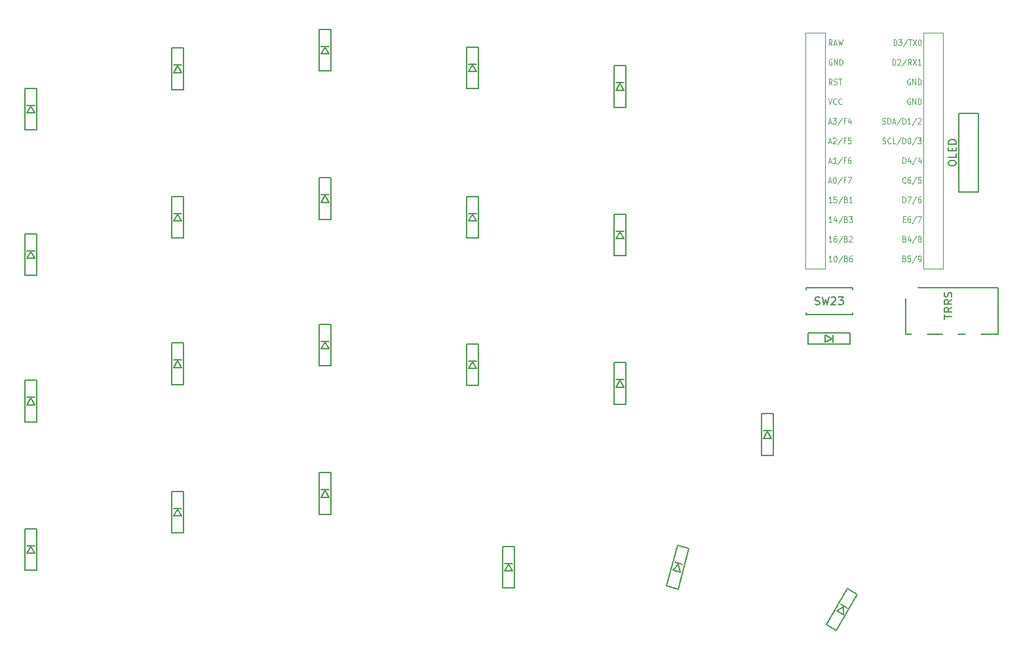
<source format=gbr>
%TF.GenerationSoftware,KiCad,Pcbnew,7.0.10*%
%TF.CreationDate,2024-09-26T01:26:00+09:00*%
%TF.ProjectId,keyboard_denchi_left,6b657962-6f61-4726-945f-64656e636869,rev?*%
%TF.SameCoordinates,Original*%
%TF.FileFunction,Legend,Top*%
%TF.FilePolarity,Positive*%
%FSLAX46Y46*%
G04 Gerber Fmt 4.6, Leading zero omitted, Abs format (unit mm)*
G04 Created by KiCad (PCBNEW 7.0.10) date 2024-09-26 01:26:00*
%MOMM*%
%LPD*%
G01*
G04 APERTURE LIST*
G04 Aperture macros list*
%AMHorizOval*
0 Thick line with rounded ends*
0 $1 width*
0 $2 $3 position (X,Y) of the first rounded end (center of the circle)*
0 $4 $5 position (X,Y) of the second rounded end (center of the circle)*
0 Add line between two ends*
20,1,$1,$2,$3,$4,$5,0*
0 Add two circle primitives to create the rounded ends*
1,1,$1,$2,$3*
1,1,$1,$4,$5*%
%AMRotRect*
0 Rectangle, with rotation*
0 The origin of the aperture is its center*
0 $1 length*
0 $2 width*
0 $3 Rotation angle, in degrees counterclockwise*
0 Add horizontal line*
21,1,$1,$2,0,0,$3*%
G04 Aperture macros list end*
%ADD10C,0.125000*%
%ADD11C,0.150000*%
%ADD12C,0.120000*%
%ADD13R,1.397000X1.397000*%
%ADD14C,1.397000*%
%ADD15RotRect,1.397000X1.397000X255.000000*%
%ADD16RotRect,1.397000X1.397000X240.000000*%
%ADD17R,0.950000X1.300000*%
%ADD18C,1.700000*%
%ADD19C,3.400000*%
%ADD20O,1.600000X1.200000*%
%ADD21HorizOval,1.200000X0.173205X-0.100000X-0.173205X0.100000X0*%
%ADD22C,1.524000*%
%ADD23RotRect,1.300000X0.950000X255.000000*%
%ADD24RotRect,1.300000X0.950000X240.000000*%
%ADD25C,1.500000*%
%ADD26O,2.500000X1.700000*%
%ADD27R,1.300000X0.950000*%
%ADD28HorizOval,1.200000X0.193185X-0.051764X-0.193185X0.051764X0*%
%ADD29C,2.000000*%
G04 APERTURE END LIST*
D10*
X189931162Y-84961019D02*
X190026876Y-84996733D01*
X190026876Y-84996733D02*
X190058781Y-85032447D01*
X190058781Y-85032447D02*
X190090685Y-85103876D01*
X190090685Y-85103876D02*
X190090685Y-85211019D01*
X190090685Y-85211019D02*
X190058781Y-85282447D01*
X190058781Y-85282447D02*
X190026876Y-85318162D01*
X190026876Y-85318162D02*
X189963066Y-85353876D01*
X189963066Y-85353876D02*
X189707828Y-85353876D01*
X189707828Y-85353876D02*
X189707828Y-84603876D01*
X189707828Y-84603876D02*
X189931162Y-84603876D01*
X189931162Y-84603876D02*
X189994971Y-84639590D01*
X189994971Y-84639590D02*
X190026876Y-84675304D01*
X190026876Y-84675304D02*
X190058781Y-84746733D01*
X190058781Y-84746733D02*
X190058781Y-84818162D01*
X190058781Y-84818162D02*
X190026876Y-84889590D01*
X190026876Y-84889590D02*
X189994971Y-84925304D01*
X189994971Y-84925304D02*
X189931162Y-84961019D01*
X189931162Y-84961019D02*
X189707828Y-84961019D01*
X190696876Y-84603876D02*
X190377828Y-84603876D01*
X190377828Y-84603876D02*
X190345924Y-84961019D01*
X190345924Y-84961019D02*
X190377828Y-84925304D01*
X190377828Y-84925304D02*
X190441638Y-84889590D01*
X190441638Y-84889590D02*
X190601162Y-84889590D01*
X190601162Y-84889590D02*
X190664971Y-84925304D01*
X190664971Y-84925304D02*
X190696876Y-84961019D01*
X190696876Y-84961019D02*
X190728781Y-85032447D01*
X190728781Y-85032447D02*
X190728781Y-85211019D01*
X190728781Y-85211019D02*
X190696876Y-85282447D01*
X190696876Y-85282447D02*
X190664971Y-85318162D01*
X190664971Y-85318162D02*
X190601162Y-85353876D01*
X190601162Y-85353876D02*
X190441638Y-85353876D01*
X190441638Y-85353876D02*
X190377828Y-85318162D01*
X190377828Y-85318162D02*
X190345924Y-85282447D01*
X191494495Y-84568162D02*
X190920209Y-85532447D01*
X191749733Y-85353876D02*
X191877352Y-85353876D01*
X191877352Y-85353876D02*
X191941162Y-85318162D01*
X191941162Y-85318162D02*
X191973066Y-85282447D01*
X191973066Y-85282447D02*
X192036876Y-85175304D01*
X192036876Y-85175304D02*
X192068781Y-85032447D01*
X192068781Y-85032447D02*
X192068781Y-84746733D01*
X192068781Y-84746733D02*
X192036876Y-84675304D01*
X192036876Y-84675304D02*
X192004971Y-84639590D01*
X192004971Y-84639590D02*
X191941162Y-84603876D01*
X191941162Y-84603876D02*
X191813543Y-84603876D01*
X191813543Y-84603876D02*
X191749733Y-84639590D01*
X191749733Y-84639590D02*
X191717828Y-84675304D01*
X191717828Y-84675304D02*
X191685924Y-84746733D01*
X191685924Y-84746733D02*
X191685924Y-84925304D01*
X191685924Y-84925304D02*
X191717828Y-84996733D01*
X191717828Y-84996733D02*
X191749733Y-85032447D01*
X191749733Y-85032447D02*
X191813543Y-85068162D01*
X191813543Y-85068162D02*
X191941162Y-85068162D01*
X191941162Y-85068162D02*
X192004971Y-85032447D01*
X192004971Y-85032447D02*
X192036876Y-84996733D01*
X192036876Y-84996733D02*
X192068781Y-84925304D01*
X180091876Y-64283876D02*
X180315209Y-65033876D01*
X180315209Y-65033876D02*
X180538543Y-64283876D01*
X181144733Y-64962447D02*
X181112829Y-64998162D01*
X181112829Y-64998162D02*
X181017114Y-65033876D01*
X181017114Y-65033876D02*
X180953305Y-65033876D01*
X180953305Y-65033876D02*
X180857591Y-64998162D01*
X180857591Y-64998162D02*
X180793781Y-64926733D01*
X180793781Y-64926733D02*
X180761876Y-64855304D01*
X180761876Y-64855304D02*
X180729972Y-64712447D01*
X180729972Y-64712447D02*
X180729972Y-64605304D01*
X180729972Y-64605304D02*
X180761876Y-64462447D01*
X180761876Y-64462447D02*
X180793781Y-64391019D01*
X180793781Y-64391019D02*
X180857591Y-64319590D01*
X180857591Y-64319590D02*
X180953305Y-64283876D01*
X180953305Y-64283876D02*
X181017114Y-64283876D01*
X181017114Y-64283876D02*
X181112829Y-64319590D01*
X181112829Y-64319590D02*
X181144733Y-64355304D01*
X181814733Y-64962447D02*
X181782829Y-64998162D01*
X181782829Y-64998162D02*
X181687114Y-65033876D01*
X181687114Y-65033876D02*
X181623305Y-65033876D01*
X181623305Y-65033876D02*
X181527591Y-64998162D01*
X181527591Y-64998162D02*
X181463781Y-64926733D01*
X181463781Y-64926733D02*
X181431876Y-64855304D01*
X181431876Y-64855304D02*
X181399972Y-64712447D01*
X181399972Y-64712447D02*
X181399972Y-64605304D01*
X181399972Y-64605304D02*
X181431876Y-64462447D01*
X181431876Y-64462447D02*
X181463781Y-64391019D01*
X181463781Y-64391019D02*
X181527591Y-64319590D01*
X181527591Y-64319590D02*
X181623305Y-64283876D01*
X181623305Y-64283876D02*
X181687114Y-64283876D01*
X181687114Y-64283876D02*
X181782829Y-64319590D01*
X181782829Y-64319590D02*
X181814733Y-64355304D01*
X190090685Y-75122447D02*
X190058781Y-75158162D01*
X190058781Y-75158162D02*
X189963066Y-75193876D01*
X189963066Y-75193876D02*
X189899257Y-75193876D01*
X189899257Y-75193876D02*
X189803543Y-75158162D01*
X189803543Y-75158162D02*
X189739733Y-75086733D01*
X189739733Y-75086733D02*
X189707828Y-75015304D01*
X189707828Y-75015304D02*
X189675924Y-74872447D01*
X189675924Y-74872447D02*
X189675924Y-74765304D01*
X189675924Y-74765304D02*
X189707828Y-74622447D01*
X189707828Y-74622447D02*
X189739733Y-74551019D01*
X189739733Y-74551019D02*
X189803543Y-74479590D01*
X189803543Y-74479590D02*
X189899257Y-74443876D01*
X189899257Y-74443876D02*
X189963066Y-74443876D01*
X189963066Y-74443876D02*
X190058781Y-74479590D01*
X190058781Y-74479590D02*
X190090685Y-74515304D01*
X190664971Y-74443876D02*
X190537352Y-74443876D01*
X190537352Y-74443876D02*
X190473543Y-74479590D01*
X190473543Y-74479590D02*
X190441638Y-74515304D01*
X190441638Y-74515304D02*
X190377828Y-74622447D01*
X190377828Y-74622447D02*
X190345924Y-74765304D01*
X190345924Y-74765304D02*
X190345924Y-75051019D01*
X190345924Y-75051019D02*
X190377828Y-75122447D01*
X190377828Y-75122447D02*
X190409733Y-75158162D01*
X190409733Y-75158162D02*
X190473543Y-75193876D01*
X190473543Y-75193876D02*
X190601162Y-75193876D01*
X190601162Y-75193876D02*
X190664971Y-75158162D01*
X190664971Y-75158162D02*
X190696876Y-75122447D01*
X190696876Y-75122447D02*
X190728781Y-75051019D01*
X190728781Y-75051019D02*
X190728781Y-74872447D01*
X190728781Y-74872447D02*
X190696876Y-74801019D01*
X190696876Y-74801019D02*
X190664971Y-74765304D01*
X190664971Y-74765304D02*
X190601162Y-74729590D01*
X190601162Y-74729590D02*
X190473543Y-74729590D01*
X190473543Y-74729590D02*
X190409733Y-74765304D01*
X190409733Y-74765304D02*
X190377828Y-74801019D01*
X190377828Y-74801019D02*
X190345924Y-74872447D01*
X191494495Y-74408162D02*
X190920209Y-75372447D01*
X192036876Y-74443876D02*
X191717828Y-74443876D01*
X191717828Y-74443876D02*
X191685924Y-74801019D01*
X191685924Y-74801019D02*
X191717828Y-74765304D01*
X191717828Y-74765304D02*
X191781638Y-74729590D01*
X191781638Y-74729590D02*
X191941162Y-74729590D01*
X191941162Y-74729590D02*
X192004971Y-74765304D01*
X192004971Y-74765304D02*
X192036876Y-74801019D01*
X192036876Y-74801019D02*
X192068781Y-74872447D01*
X192068781Y-74872447D02*
X192068781Y-75051019D01*
X192068781Y-75051019D02*
X192036876Y-75122447D01*
X192036876Y-75122447D02*
X192004971Y-75158162D01*
X192004971Y-75158162D02*
X191941162Y-75193876D01*
X191941162Y-75193876D02*
X191781638Y-75193876D01*
X191781638Y-75193876D02*
X191717828Y-75158162D01*
X191717828Y-75158162D02*
X191685924Y-75122447D01*
X188399733Y-59953876D02*
X188399733Y-59203876D01*
X188399733Y-59203876D02*
X188559257Y-59203876D01*
X188559257Y-59203876D02*
X188654971Y-59239590D01*
X188654971Y-59239590D02*
X188718781Y-59311019D01*
X188718781Y-59311019D02*
X188750686Y-59382447D01*
X188750686Y-59382447D02*
X188782590Y-59525304D01*
X188782590Y-59525304D02*
X188782590Y-59632447D01*
X188782590Y-59632447D02*
X188750686Y-59775304D01*
X188750686Y-59775304D02*
X188718781Y-59846733D01*
X188718781Y-59846733D02*
X188654971Y-59918162D01*
X188654971Y-59918162D02*
X188559257Y-59953876D01*
X188559257Y-59953876D02*
X188399733Y-59953876D01*
X189037829Y-59275304D02*
X189069733Y-59239590D01*
X189069733Y-59239590D02*
X189133543Y-59203876D01*
X189133543Y-59203876D02*
X189293067Y-59203876D01*
X189293067Y-59203876D02*
X189356876Y-59239590D01*
X189356876Y-59239590D02*
X189388781Y-59275304D01*
X189388781Y-59275304D02*
X189420686Y-59346733D01*
X189420686Y-59346733D02*
X189420686Y-59418162D01*
X189420686Y-59418162D02*
X189388781Y-59525304D01*
X189388781Y-59525304D02*
X189005924Y-59953876D01*
X189005924Y-59953876D02*
X189420686Y-59953876D01*
X190186400Y-59168162D02*
X189612114Y-60132447D01*
X190792590Y-59953876D02*
X190569257Y-59596733D01*
X190409733Y-59953876D02*
X190409733Y-59203876D01*
X190409733Y-59203876D02*
X190664971Y-59203876D01*
X190664971Y-59203876D02*
X190728781Y-59239590D01*
X190728781Y-59239590D02*
X190760686Y-59275304D01*
X190760686Y-59275304D02*
X190792590Y-59346733D01*
X190792590Y-59346733D02*
X190792590Y-59453876D01*
X190792590Y-59453876D02*
X190760686Y-59525304D01*
X190760686Y-59525304D02*
X190728781Y-59561019D01*
X190728781Y-59561019D02*
X190664971Y-59596733D01*
X190664971Y-59596733D02*
X190409733Y-59596733D01*
X191015924Y-59203876D02*
X191462590Y-59953876D01*
X191462590Y-59203876D02*
X191015924Y-59953876D01*
X192068781Y-59953876D02*
X191685924Y-59953876D01*
X191877352Y-59953876D02*
X191877352Y-59203876D01*
X191877352Y-59203876D02*
X191813543Y-59311019D01*
X191813543Y-59311019D02*
X191749733Y-59382447D01*
X191749733Y-59382447D02*
X191685924Y-59418162D01*
X188559256Y-57413876D02*
X188559256Y-56663876D01*
X188559256Y-56663876D02*
X188718780Y-56663876D01*
X188718780Y-56663876D02*
X188814494Y-56699590D01*
X188814494Y-56699590D02*
X188878304Y-56771019D01*
X188878304Y-56771019D02*
X188910209Y-56842447D01*
X188910209Y-56842447D02*
X188942113Y-56985304D01*
X188942113Y-56985304D02*
X188942113Y-57092447D01*
X188942113Y-57092447D02*
X188910209Y-57235304D01*
X188910209Y-57235304D02*
X188878304Y-57306733D01*
X188878304Y-57306733D02*
X188814494Y-57378162D01*
X188814494Y-57378162D02*
X188718780Y-57413876D01*
X188718780Y-57413876D02*
X188559256Y-57413876D01*
X189165447Y-56663876D02*
X189580209Y-56663876D01*
X189580209Y-56663876D02*
X189356875Y-56949590D01*
X189356875Y-56949590D02*
X189452590Y-56949590D01*
X189452590Y-56949590D02*
X189516399Y-56985304D01*
X189516399Y-56985304D02*
X189548304Y-57021019D01*
X189548304Y-57021019D02*
X189580209Y-57092447D01*
X189580209Y-57092447D02*
X189580209Y-57271019D01*
X189580209Y-57271019D02*
X189548304Y-57342447D01*
X189548304Y-57342447D02*
X189516399Y-57378162D01*
X189516399Y-57378162D02*
X189452590Y-57413876D01*
X189452590Y-57413876D02*
X189261161Y-57413876D01*
X189261161Y-57413876D02*
X189197352Y-57378162D01*
X189197352Y-57378162D02*
X189165447Y-57342447D01*
X190345923Y-56628162D02*
X189771637Y-57592447D01*
X190473542Y-56663876D02*
X190856399Y-56663876D01*
X190664971Y-57413876D02*
X190664971Y-56663876D01*
X191015923Y-56663876D02*
X191462589Y-57413876D01*
X191462589Y-56663876D02*
X191015923Y-57413876D01*
X191845446Y-56663876D02*
X191909256Y-56663876D01*
X191909256Y-56663876D02*
X191973065Y-56699590D01*
X191973065Y-56699590D02*
X192004970Y-56735304D01*
X192004970Y-56735304D02*
X192036875Y-56806733D01*
X192036875Y-56806733D02*
X192068780Y-56949590D01*
X192068780Y-56949590D02*
X192068780Y-57128162D01*
X192068780Y-57128162D02*
X192036875Y-57271019D01*
X192036875Y-57271019D02*
X192004970Y-57342447D01*
X192004970Y-57342447D02*
X191973065Y-57378162D01*
X191973065Y-57378162D02*
X191909256Y-57413876D01*
X191909256Y-57413876D02*
X191845446Y-57413876D01*
X191845446Y-57413876D02*
X191781637Y-57378162D01*
X191781637Y-57378162D02*
X191749732Y-57342447D01*
X191749732Y-57342447D02*
X191717827Y-57271019D01*
X191717827Y-57271019D02*
X191685923Y-57128162D01*
X191685923Y-57128162D02*
X191685923Y-56949590D01*
X191685923Y-56949590D02*
X191717827Y-56806733D01*
X191717827Y-56806733D02*
X191749732Y-56735304D01*
X191749732Y-56735304D02*
X191781637Y-56699590D01*
X191781637Y-56699590D02*
X191845446Y-56663876D01*
X187123543Y-70078162D02*
X187219257Y-70113876D01*
X187219257Y-70113876D02*
X187378781Y-70113876D01*
X187378781Y-70113876D02*
X187442590Y-70078162D01*
X187442590Y-70078162D02*
X187474495Y-70042447D01*
X187474495Y-70042447D02*
X187506400Y-69971019D01*
X187506400Y-69971019D02*
X187506400Y-69899590D01*
X187506400Y-69899590D02*
X187474495Y-69828162D01*
X187474495Y-69828162D02*
X187442590Y-69792447D01*
X187442590Y-69792447D02*
X187378781Y-69756733D01*
X187378781Y-69756733D02*
X187251162Y-69721019D01*
X187251162Y-69721019D02*
X187187352Y-69685304D01*
X187187352Y-69685304D02*
X187155447Y-69649590D01*
X187155447Y-69649590D02*
X187123543Y-69578162D01*
X187123543Y-69578162D02*
X187123543Y-69506733D01*
X187123543Y-69506733D02*
X187155447Y-69435304D01*
X187155447Y-69435304D02*
X187187352Y-69399590D01*
X187187352Y-69399590D02*
X187251162Y-69363876D01*
X187251162Y-69363876D02*
X187410685Y-69363876D01*
X187410685Y-69363876D02*
X187506400Y-69399590D01*
X188176399Y-70042447D02*
X188144495Y-70078162D01*
X188144495Y-70078162D02*
X188048780Y-70113876D01*
X188048780Y-70113876D02*
X187984971Y-70113876D01*
X187984971Y-70113876D02*
X187889257Y-70078162D01*
X187889257Y-70078162D02*
X187825447Y-70006733D01*
X187825447Y-70006733D02*
X187793542Y-69935304D01*
X187793542Y-69935304D02*
X187761638Y-69792447D01*
X187761638Y-69792447D02*
X187761638Y-69685304D01*
X187761638Y-69685304D02*
X187793542Y-69542447D01*
X187793542Y-69542447D02*
X187825447Y-69471019D01*
X187825447Y-69471019D02*
X187889257Y-69399590D01*
X187889257Y-69399590D02*
X187984971Y-69363876D01*
X187984971Y-69363876D02*
X188048780Y-69363876D01*
X188048780Y-69363876D02*
X188144495Y-69399590D01*
X188144495Y-69399590D02*
X188176399Y-69435304D01*
X188782590Y-70113876D02*
X188463542Y-70113876D01*
X188463542Y-70113876D02*
X188463542Y-69363876D01*
X189484495Y-69328162D02*
X188910209Y-70292447D01*
X189707828Y-70113876D02*
X189707828Y-69363876D01*
X189707828Y-69363876D02*
X189867352Y-69363876D01*
X189867352Y-69363876D02*
X189963066Y-69399590D01*
X189963066Y-69399590D02*
X190026876Y-69471019D01*
X190026876Y-69471019D02*
X190058781Y-69542447D01*
X190058781Y-69542447D02*
X190090685Y-69685304D01*
X190090685Y-69685304D02*
X190090685Y-69792447D01*
X190090685Y-69792447D02*
X190058781Y-69935304D01*
X190058781Y-69935304D02*
X190026876Y-70006733D01*
X190026876Y-70006733D02*
X189963066Y-70078162D01*
X189963066Y-70078162D02*
X189867352Y-70113876D01*
X189867352Y-70113876D02*
X189707828Y-70113876D01*
X190505447Y-69363876D02*
X190569257Y-69363876D01*
X190569257Y-69363876D02*
X190633066Y-69399590D01*
X190633066Y-69399590D02*
X190664971Y-69435304D01*
X190664971Y-69435304D02*
X190696876Y-69506733D01*
X190696876Y-69506733D02*
X190728781Y-69649590D01*
X190728781Y-69649590D02*
X190728781Y-69828162D01*
X190728781Y-69828162D02*
X190696876Y-69971019D01*
X190696876Y-69971019D02*
X190664971Y-70042447D01*
X190664971Y-70042447D02*
X190633066Y-70078162D01*
X190633066Y-70078162D02*
X190569257Y-70113876D01*
X190569257Y-70113876D02*
X190505447Y-70113876D01*
X190505447Y-70113876D02*
X190441638Y-70078162D01*
X190441638Y-70078162D02*
X190409733Y-70042447D01*
X190409733Y-70042447D02*
X190377828Y-69971019D01*
X190377828Y-69971019D02*
X190345924Y-69828162D01*
X190345924Y-69828162D02*
X190345924Y-69649590D01*
X190345924Y-69649590D02*
X190377828Y-69506733D01*
X190377828Y-69506733D02*
X190409733Y-69435304D01*
X190409733Y-69435304D02*
X190441638Y-69399590D01*
X190441638Y-69399590D02*
X190505447Y-69363876D01*
X191494495Y-69328162D02*
X190920209Y-70292447D01*
X191654019Y-69363876D02*
X192068781Y-69363876D01*
X192068781Y-69363876D02*
X191845447Y-69649590D01*
X191845447Y-69649590D02*
X191941162Y-69649590D01*
X191941162Y-69649590D02*
X192004971Y-69685304D01*
X192004971Y-69685304D02*
X192036876Y-69721019D01*
X192036876Y-69721019D02*
X192068781Y-69792447D01*
X192068781Y-69792447D02*
X192068781Y-69971019D01*
X192068781Y-69971019D02*
X192036876Y-70042447D01*
X192036876Y-70042447D02*
X192004971Y-70078162D01*
X192004971Y-70078162D02*
X191941162Y-70113876D01*
X191941162Y-70113876D02*
X191749733Y-70113876D01*
X191749733Y-70113876D02*
X191685924Y-70078162D01*
X191685924Y-70078162D02*
X191654019Y-70042447D01*
X189707828Y-77733876D02*
X189707828Y-76983876D01*
X189707828Y-76983876D02*
X189867352Y-76983876D01*
X189867352Y-76983876D02*
X189963066Y-77019590D01*
X189963066Y-77019590D02*
X190026876Y-77091019D01*
X190026876Y-77091019D02*
X190058781Y-77162447D01*
X190058781Y-77162447D02*
X190090685Y-77305304D01*
X190090685Y-77305304D02*
X190090685Y-77412447D01*
X190090685Y-77412447D02*
X190058781Y-77555304D01*
X190058781Y-77555304D02*
X190026876Y-77626733D01*
X190026876Y-77626733D02*
X189963066Y-77698162D01*
X189963066Y-77698162D02*
X189867352Y-77733876D01*
X189867352Y-77733876D02*
X189707828Y-77733876D01*
X190314019Y-76983876D02*
X190760685Y-76983876D01*
X190760685Y-76983876D02*
X190473543Y-77733876D01*
X191494495Y-76948162D02*
X190920209Y-77912447D01*
X192004971Y-76983876D02*
X191877352Y-76983876D01*
X191877352Y-76983876D02*
X191813543Y-77019590D01*
X191813543Y-77019590D02*
X191781638Y-77055304D01*
X191781638Y-77055304D02*
X191717828Y-77162447D01*
X191717828Y-77162447D02*
X191685924Y-77305304D01*
X191685924Y-77305304D02*
X191685924Y-77591019D01*
X191685924Y-77591019D02*
X191717828Y-77662447D01*
X191717828Y-77662447D02*
X191749733Y-77698162D01*
X191749733Y-77698162D02*
X191813543Y-77733876D01*
X191813543Y-77733876D02*
X191941162Y-77733876D01*
X191941162Y-77733876D02*
X192004971Y-77698162D01*
X192004971Y-77698162D02*
X192036876Y-77662447D01*
X192036876Y-77662447D02*
X192068781Y-77591019D01*
X192068781Y-77591019D02*
X192068781Y-77412447D01*
X192068781Y-77412447D02*
X192036876Y-77341019D01*
X192036876Y-77341019D02*
X192004971Y-77305304D01*
X192004971Y-77305304D02*
X191941162Y-77269590D01*
X191941162Y-77269590D02*
X191813543Y-77269590D01*
X191813543Y-77269590D02*
X191749733Y-77305304D01*
X191749733Y-77305304D02*
X191717828Y-77341019D01*
X191717828Y-77341019D02*
X191685924Y-77412447D01*
X187091638Y-67538162D02*
X187187352Y-67573876D01*
X187187352Y-67573876D02*
X187346876Y-67573876D01*
X187346876Y-67573876D02*
X187410685Y-67538162D01*
X187410685Y-67538162D02*
X187442590Y-67502447D01*
X187442590Y-67502447D02*
X187474495Y-67431019D01*
X187474495Y-67431019D02*
X187474495Y-67359590D01*
X187474495Y-67359590D02*
X187442590Y-67288162D01*
X187442590Y-67288162D02*
X187410685Y-67252447D01*
X187410685Y-67252447D02*
X187346876Y-67216733D01*
X187346876Y-67216733D02*
X187219257Y-67181019D01*
X187219257Y-67181019D02*
X187155447Y-67145304D01*
X187155447Y-67145304D02*
X187123542Y-67109590D01*
X187123542Y-67109590D02*
X187091638Y-67038162D01*
X187091638Y-67038162D02*
X187091638Y-66966733D01*
X187091638Y-66966733D02*
X187123542Y-66895304D01*
X187123542Y-66895304D02*
X187155447Y-66859590D01*
X187155447Y-66859590D02*
X187219257Y-66823876D01*
X187219257Y-66823876D02*
X187378780Y-66823876D01*
X187378780Y-66823876D02*
X187474495Y-66859590D01*
X187761637Y-67573876D02*
X187761637Y-66823876D01*
X187761637Y-66823876D02*
X187921161Y-66823876D01*
X187921161Y-66823876D02*
X188016875Y-66859590D01*
X188016875Y-66859590D02*
X188080685Y-66931019D01*
X188080685Y-66931019D02*
X188112590Y-67002447D01*
X188112590Y-67002447D02*
X188144494Y-67145304D01*
X188144494Y-67145304D02*
X188144494Y-67252447D01*
X188144494Y-67252447D02*
X188112590Y-67395304D01*
X188112590Y-67395304D02*
X188080685Y-67466733D01*
X188080685Y-67466733D02*
X188016875Y-67538162D01*
X188016875Y-67538162D02*
X187921161Y-67573876D01*
X187921161Y-67573876D02*
X187761637Y-67573876D01*
X188399733Y-67359590D02*
X188718780Y-67359590D01*
X188335923Y-67573876D02*
X188559256Y-66823876D01*
X188559256Y-66823876D02*
X188782590Y-67573876D01*
X189484495Y-66788162D02*
X188910209Y-67752447D01*
X189707828Y-67573876D02*
X189707828Y-66823876D01*
X189707828Y-66823876D02*
X189867352Y-66823876D01*
X189867352Y-66823876D02*
X189963066Y-66859590D01*
X189963066Y-66859590D02*
X190026876Y-66931019D01*
X190026876Y-66931019D02*
X190058781Y-67002447D01*
X190058781Y-67002447D02*
X190090685Y-67145304D01*
X190090685Y-67145304D02*
X190090685Y-67252447D01*
X190090685Y-67252447D02*
X190058781Y-67395304D01*
X190058781Y-67395304D02*
X190026876Y-67466733D01*
X190026876Y-67466733D02*
X189963066Y-67538162D01*
X189963066Y-67538162D02*
X189867352Y-67573876D01*
X189867352Y-67573876D02*
X189707828Y-67573876D01*
X190728781Y-67573876D02*
X190345924Y-67573876D01*
X190537352Y-67573876D02*
X190537352Y-66823876D01*
X190537352Y-66823876D02*
X190473543Y-66931019D01*
X190473543Y-66931019D02*
X190409733Y-67002447D01*
X190409733Y-67002447D02*
X190345924Y-67038162D01*
X191494495Y-66788162D02*
X190920209Y-67752447D01*
X191685924Y-66895304D02*
X191717828Y-66859590D01*
X191717828Y-66859590D02*
X191781638Y-66823876D01*
X191781638Y-66823876D02*
X191941162Y-66823876D01*
X191941162Y-66823876D02*
X192004971Y-66859590D01*
X192004971Y-66859590D02*
X192036876Y-66895304D01*
X192036876Y-66895304D02*
X192068781Y-66966733D01*
X192068781Y-66966733D02*
X192068781Y-67038162D01*
X192068781Y-67038162D02*
X192036876Y-67145304D01*
X192036876Y-67145304D02*
X191654019Y-67573876D01*
X191654019Y-67573876D02*
X192068781Y-67573876D01*
X180538543Y-80273876D02*
X180155686Y-80273876D01*
X180347114Y-80273876D02*
X180347114Y-79523876D01*
X180347114Y-79523876D02*
X180283305Y-79631019D01*
X180283305Y-79631019D02*
X180219495Y-79702447D01*
X180219495Y-79702447D02*
X180155686Y-79738162D01*
X181112828Y-79773876D02*
X181112828Y-80273876D01*
X180953304Y-79488162D02*
X180793781Y-80023876D01*
X180793781Y-80023876D02*
X181208542Y-80023876D01*
X181942352Y-79488162D02*
X181368066Y-80452447D01*
X182389019Y-79881019D02*
X182484733Y-79916733D01*
X182484733Y-79916733D02*
X182516638Y-79952447D01*
X182516638Y-79952447D02*
X182548542Y-80023876D01*
X182548542Y-80023876D02*
X182548542Y-80131019D01*
X182548542Y-80131019D02*
X182516638Y-80202447D01*
X182516638Y-80202447D02*
X182484733Y-80238162D01*
X182484733Y-80238162D02*
X182420923Y-80273876D01*
X182420923Y-80273876D02*
X182165685Y-80273876D01*
X182165685Y-80273876D02*
X182165685Y-79523876D01*
X182165685Y-79523876D02*
X182389019Y-79523876D01*
X182389019Y-79523876D02*
X182452828Y-79559590D01*
X182452828Y-79559590D02*
X182484733Y-79595304D01*
X182484733Y-79595304D02*
X182516638Y-79666733D01*
X182516638Y-79666733D02*
X182516638Y-79738162D01*
X182516638Y-79738162D02*
X182484733Y-79809590D01*
X182484733Y-79809590D02*
X182452828Y-79845304D01*
X182452828Y-79845304D02*
X182389019Y-79881019D01*
X182389019Y-79881019D02*
X182165685Y-79881019D01*
X182771876Y-79523876D02*
X183186638Y-79523876D01*
X183186638Y-79523876D02*
X182963304Y-79809590D01*
X182963304Y-79809590D02*
X183059019Y-79809590D01*
X183059019Y-79809590D02*
X183122828Y-79845304D01*
X183122828Y-79845304D02*
X183154733Y-79881019D01*
X183154733Y-79881019D02*
X183186638Y-79952447D01*
X183186638Y-79952447D02*
X183186638Y-80131019D01*
X183186638Y-80131019D02*
X183154733Y-80202447D01*
X183154733Y-80202447D02*
X183122828Y-80238162D01*
X183122828Y-80238162D02*
X183059019Y-80273876D01*
X183059019Y-80273876D02*
X182867590Y-80273876D01*
X182867590Y-80273876D02*
X182803781Y-80238162D01*
X182803781Y-80238162D02*
X182771876Y-80202447D01*
X180570447Y-62493876D02*
X180347114Y-62136733D01*
X180187590Y-62493876D02*
X180187590Y-61743876D01*
X180187590Y-61743876D02*
X180442828Y-61743876D01*
X180442828Y-61743876D02*
X180506638Y-61779590D01*
X180506638Y-61779590D02*
X180538543Y-61815304D01*
X180538543Y-61815304D02*
X180570447Y-61886733D01*
X180570447Y-61886733D02*
X180570447Y-61993876D01*
X180570447Y-61993876D02*
X180538543Y-62065304D01*
X180538543Y-62065304D02*
X180506638Y-62101019D01*
X180506638Y-62101019D02*
X180442828Y-62136733D01*
X180442828Y-62136733D02*
X180187590Y-62136733D01*
X180825686Y-62458162D02*
X180921400Y-62493876D01*
X180921400Y-62493876D02*
X181080924Y-62493876D01*
X181080924Y-62493876D02*
X181144733Y-62458162D01*
X181144733Y-62458162D02*
X181176638Y-62422447D01*
X181176638Y-62422447D02*
X181208543Y-62351019D01*
X181208543Y-62351019D02*
X181208543Y-62279590D01*
X181208543Y-62279590D02*
X181176638Y-62208162D01*
X181176638Y-62208162D02*
X181144733Y-62172447D01*
X181144733Y-62172447D02*
X181080924Y-62136733D01*
X181080924Y-62136733D02*
X180953305Y-62101019D01*
X180953305Y-62101019D02*
X180889495Y-62065304D01*
X180889495Y-62065304D02*
X180857590Y-62029590D01*
X180857590Y-62029590D02*
X180825686Y-61958162D01*
X180825686Y-61958162D02*
X180825686Y-61886733D01*
X180825686Y-61886733D02*
X180857590Y-61815304D01*
X180857590Y-61815304D02*
X180889495Y-61779590D01*
X180889495Y-61779590D02*
X180953305Y-61743876D01*
X180953305Y-61743876D02*
X181112828Y-61743876D01*
X181112828Y-61743876D02*
X181208543Y-61779590D01*
X181399971Y-61743876D02*
X181782828Y-61743876D01*
X181591400Y-62493876D02*
X181591400Y-61743876D01*
X180155686Y-67359590D02*
X180474733Y-67359590D01*
X180091876Y-67573876D02*
X180315209Y-66823876D01*
X180315209Y-66823876D02*
X180538543Y-67573876D01*
X180698067Y-66823876D02*
X181112829Y-66823876D01*
X181112829Y-66823876D02*
X180889495Y-67109590D01*
X180889495Y-67109590D02*
X180985210Y-67109590D01*
X180985210Y-67109590D02*
X181049019Y-67145304D01*
X181049019Y-67145304D02*
X181080924Y-67181019D01*
X181080924Y-67181019D02*
X181112829Y-67252447D01*
X181112829Y-67252447D02*
X181112829Y-67431019D01*
X181112829Y-67431019D02*
X181080924Y-67502447D01*
X181080924Y-67502447D02*
X181049019Y-67538162D01*
X181049019Y-67538162D02*
X180985210Y-67573876D01*
X180985210Y-67573876D02*
X180793781Y-67573876D01*
X180793781Y-67573876D02*
X180729972Y-67538162D01*
X180729972Y-67538162D02*
X180698067Y-67502447D01*
X181878543Y-66788162D02*
X181304257Y-67752447D01*
X182325210Y-67181019D02*
X182101876Y-67181019D01*
X182101876Y-67573876D02*
X182101876Y-66823876D01*
X182101876Y-66823876D02*
X182420924Y-66823876D01*
X182963305Y-67073876D02*
X182963305Y-67573876D01*
X182803781Y-66788162D02*
X182644258Y-67323876D01*
X182644258Y-67323876D02*
X183059019Y-67323876D01*
X180155686Y-69899590D02*
X180474733Y-69899590D01*
X180091876Y-70113876D02*
X180315209Y-69363876D01*
X180315209Y-69363876D02*
X180538543Y-70113876D01*
X180729972Y-69435304D02*
X180761876Y-69399590D01*
X180761876Y-69399590D02*
X180825686Y-69363876D01*
X180825686Y-69363876D02*
X180985210Y-69363876D01*
X180985210Y-69363876D02*
X181049019Y-69399590D01*
X181049019Y-69399590D02*
X181080924Y-69435304D01*
X181080924Y-69435304D02*
X181112829Y-69506733D01*
X181112829Y-69506733D02*
X181112829Y-69578162D01*
X181112829Y-69578162D02*
X181080924Y-69685304D01*
X181080924Y-69685304D02*
X180698067Y-70113876D01*
X180698067Y-70113876D02*
X181112829Y-70113876D01*
X181878543Y-69328162D02*
X181304257Y-70292447D01*
X182325210Y-69721019D02*
X182101876Y-69721019D01*
X182101876Y-70113876D02*
X182101876Y-69363876D01*
X182101876Y-69363876D02*
X182420924Y-69363876D01*
X182995210Y-69363876D02*
X182676162Y-69363876D01*
X182676162Y-69363876D02*
X182644258Y-69721019D01*
X182644258Y-69721019D02*
X182676162Y-69685304D01*
X182676162Y-69685304D02*
X182739972Y-69649590D01*
X182739972Y-69649590D02*
X182899496Y-69649590D01*
X182899496Y-69649590D02*
X182963305Y-69685304D01*
X182963305Y-69685304D02*
X182995210Y-69721019D01*
X182995210Y-69721019D02*
X183027115Y-69792447D01*
X183027115Y-69792447D02*
X183027115Y-69971019D01*
X183027115Y-69971019D02*
X182995210Y-70042447D01*
X182995210Y-70042447D02*
X182963305Y-70078162D01*
X182963305Y-70078162D02*
X182899496Y-70113876D01*
X182899496Y-70113876D02*
X182739972Y-70113876D01*
X182739972Y-70113876D02*
X182676162Y-70078162D01*
X182676162Y-70078162D02*
X182644258Y-70042447D01*
X180538543Y-59239590D02*
X180474733Y-59203876D01*
X180474733Y-59203876D02*
X180379019Y-59203876D01*
X180379019Y-59203876D02*
X180283305Y-59239590D01*
X180283305Y-59239590D02*
X180219495Y-59311019D01*
X180219495Y-59311019D02*
X180187590Y-59382447D01*
X180187590Y-59382447D02*
X180155686Y-59525304D01*
X180155686Y-59525304D02*
X180155686Y-59632447D01*
X180155686Y-59632447D02*
X180187590Y-59775304D01*
X180187590Y-59775304D02*
X180219495Y-59846733D01*
X180219495Y-59846733D02*
X180283305Y-59918162D01*
X180283305Y-59918162D02*
X180379019Y-59953876D01*
X180379019Y-59953876D02*
X180442828Y-59953876D01*
X180442828Y-59953876D02*
X180538543Y-59918162D01*
X180538543Y-59918162D02*
X180570447Y-59882447D01*
X180570447Y-59882447D02*
X180570447Y-59632447D01*
X180570447Y-59632447D02*
X180442828Y-59632447D01*
X180857590Y-59953876D02*
X180857590Y-59203876D01*
X180857590Y-59203876D02*
X181240447Y-59953876D01*
X181240447Y-59953876D02*
X181240447Y-59203876D01*
X181559495Y-59953876D02*
X181559495Y-59203876D01*
X181559495Y-59203876D02*
X181719019Y-59203876D01*
X181719019Y-59203876D02*
X181814733Y-59239590D01*
X181814733Y-59239590D02*
X181878543Y-59311019D01*
X181878543Y-59311019D02*
X181910448Y-59382447D01*
X181910448Y-59382447D02*
X181942352Y-59525304D01*
X181942352Y-59525304D02*
X181942352Y-59632447D01*
X181942352Y-59632447D02*
X181910448Y-59775304D01*
X181910448Y-59775304D02*
X181878543Y-59846733D01*
X181878543Y-59846733D02*
X181814733Y-59918162D01*
X181814733Y-59918162D02*
X181719019Y-59953876D01*
X181719019Y-59953876D02*
X181559495Y-59953876D01*
X180570447Y-57413876D02*
X180347114Y-57056733D01*
X180187590Y-57413876D02*
X180187590Y-56663876D01*
X180187590Y-56663876D02*
X180442828Y-56663876D01*
X180442828Y-56663876D02*
X180506638Y-56699590D01*
X180506638Y-56699590D02*
X180538543Y-56735304D01*
X180538543Y-56735304D02*
X180570447Y-56806733D01*
X180570447Y-56806733D02*
X180570447Y-56913876D01*
X180570447Y-56913876D02*
X180538543Y-56985304D01*
X180538543Y-56985304D02*
X180506638Y-57021019D01*
X180506638Y-57021019D02*
X180442828Y-57056733D01*
X180442828Y-57056733D02*
X180187590Y-57056733D01*
X180825686Y-57199590D02*
X181144733Y-57199590D01*
X180761876Y-57413876D02*
X180985209Y-56663876D01*
X180985209Y-56663876D02*
X181208543Y-57413876D01*
X181368067Y-56663876D02*
X181527591Y-57413876D01*
X181527591Y-57413876D02*
X181655210Y-56878162D01*
X181655210Y-56878162D02*
X181782829Y-57413876D01*
X181782829Y-57413876D02*
X181942353Y-56663876D01*
X180538543Y-85353876D02*
X180155686Y-85353876D01*
X180347114Y-85353876D02*
X180347114Y-84603876D01*
X180347114Y-84603876D02*
X180283305Y-84711019D01*
X180283305Y-84711019D02*
X180219495Y-84782447D01*
X180219495Y-84782447D02*
X180155686Y-84818162D01*
X180953304Y-84603876D02*
X181017114Y-84603876D01*
X181017114Y-84603876D02*
X181080923Y-84639590D01*
X181080923Y-84639590D02*
X181112828Y-84675304D01*
X181112828Y-84675304D02*
X181144733Y-84746733D01*
X181144733Y-84746733D02*
X181176638Y-84889590D01*
X181176638Y-84889590D02*
X181176638Y-85068162D01*
X181176638Y-85068162D02*
X181144733Y-85211019D01*
X181144733Y-85211019D02*
X181112828Y-85282447D01*
X181112828Y-85282447D02*
X181080923Y-85318162D01*
X181080923Y-85318162D02*
X181017114Y-85353876D01*
X181017114Y-85353876D02*
X180953304Y-85353876D01*
X180953304Y-85353876D02*
X180889495Y-85318162D01*
X180889495Y-85318162D02*
X180857590Y-85282447D01*
X180857590Y-85282447D02*
X180825685Y-85211019D01*
X180825685Y-85211019D02*
X180793781Y-85068162D01*
X180793781Y-85068162D02*
X180793781Y-84889590D01*
X180793781Y-84889590D02*
X180825685Y-84746733D01*
X180825685Y-84746733D02*
X180857590Y-84675304D01*
X180857590Y-84675304D02*
X180889495Y-84639590D01*
X180889495Y-84639590D02*
X180953304Y-84603876D01*
X181942352Y-84568162D02*
X181368066Y-85532447D01*
X182389019Y-84961019D02*
X182484733Y-84996733D01*
X182484733Y-84996733D02*
X182516638Y-85032447D01*
X182516638Y-85032447D02*
X182548542Y-85103876D01*
X182548542Y-85103876D02*
X182548542Y-85211019D01*
X182548542Y-85211019D02*
X182516638Y-85282447D01*
X182516638Y-85282447D02*
X182484733Y-85318162D01*
X182484733Y-85318162D02*
X182420923Y-85353876D01*
X182420923Y-85353876D02*
X182165685Y-85353876D01*
X182165685Y-85353876D02*
X182165685Y-84603876D01*
X182165685Y-84603876D02*
X182389019Y-84603876D01*
X182389019Y-84603876D02*
X182452828Y-84639590D01*
X182452828Y-84639590D02*
X182484733Y-84675304D01*
X182484733Y-84675304D02*
X182516638Y-84746733D01*
X182516638Y-84746733D02*
X182516638Y-84818162D01*
X182516638Y-84818162D02*
X182484733Y-84889590D01*
X182484733Y-84889590D02*
X182452828Y-84925304D01*
X182452828Y-84925304D02*
X182389019Y-84961019D01*
X182389019Y-84961019D02*
X182165685Y-84961019D01*
X183122828Y-84603876D02*
X182995209Y-84603876D01*
X182995209Y-84603876D02*
X182931400Y-84639590D01*
X182931400Y-84639590D02*
X182899495Y-84675304D01*
X182899495Y-84675304D02*
X182835685Y-84782447D01*
X182835685Y-84782447D02*
X182803781Y-84925304D01*
X182803781Y-84925304D02*
X182803781Y-85211019D01*
X182803781Y-85211019D02*
X182835685Y-85282447D01*
X182835685Y-85282447D02*
X182867590Y-85318162D01*
X182867590Y-85318162D02*
X182931400Y-85353876D01*
X182931400Y-85353876D02*
X183059019Y-85353876D01*
X183059019Y-85353876D02*
X183122828Y-85318162D01*
X183122828Y-85318162D02*
X183154733Y-85282447D01*
X183154733Y-85282447D02*
X183186638Y-85211019D01*
X183186638Y-85211019D02*
X183186638Y-85032447D01*
X183186638Y-85032447D02*
X183154733Y-84961019D01*
X183154733Y-84961019D02*
X183122828Y-84925304D01*
X183122828Y-84925304D02*
X183059019Y-84889590D01*
X183059019Y-84889590D02*
X182931400Y-84889590D01*
X182931400Y-84889590D02*
X182867590Y-84925304D01*
X182867590Y-84925304D02*
X182835685Y-84961019D01*
X182835685Y-84961019D02*
X182803781Y-85032447D01*
X180155686Y-74979590D02*
X180474733Y-74979590D01*
X180091876Y-75193876D02*
X180315209Y-74443876D01*
X180315209Y-74443876D02*
X180538543Y-75193876D01*
X180889495Y-74443876D02*
X180953305Y-74443876D01*
X180953305Y-74443876D02*
X181017114Y-74479590D01*
X181017114Y-74479590D02*
X181049019Y-74515304D01*
X181049019Y-74515304D02*
X181080924Y-74586733D01*
X181080924Y-74586733D02*
X181112829Y-74729590D01*
X181112829Y-74729590D02*
X181112829Y-74908162D01*
X181112829Y-74908162D02*
X181080924Y-75051019D01*
X181080924Y-75051019D02*
X181049019Y-75122447D01*
X181049019Y-75122447D02*
X181017114Y-75158162D01*
X181017114Y-75158162D02*
X180953305Y-75193876D01*
X180953305Y-75193876D02*
X180889495Y-75193876D01*
X180889495Y-75193876D02*
X180825686Y-75158162D01*
X180825686Y-75158162D02*
X180793781Y-75122447D01*
X180793781Y-75122447D02*
X180761876Y-75051019D01*
X180761876Y-75051019D02*
X180729972Y-74908162D01*
X180729972Y-74908162D02*
X180729972Y-74729590D01*
X180729972Y-74729590D02*
X180761876Y-74586733D01*
X180761876Y-74586733D02*
X180793781Y-74515304D01*
X180793781Y-74515304D02*
X180825686Y-74479590D01*
X180825686Y-74479590D02*
X180889495Y-74443876D01*
X181878543Y-74408162D02*
X181304257Y-75372447D01*
X182325210Y-74801019D02*
X182101876Y-74801019D01*
X182101876Y-75193876D02*
X182101876Y-74443876D01*
X182101876Y-74443876D02*
X182420924Y-74443876D01*
X182612353Y-74443876D02*
X183059019Y-74443876D01*
X183059019Y-74443876D02*
X182771877Y-75193876D01*
X189931162Y-82421019D02*
X190026876Y-82456733D01*
X190026876Y-82456733D02*
X190058781Y-82492447D01*
X190058781Y-82492447D02*
X190090685Y-82563876D01*
X190090685Y-82563876D02*
X190090685Y-82671019D01*
X190090685Y-82671019D02*
X190058781Y-82742447D01*
X190058781Y-82742447D02*
X190026876Y-82778162D01*
X190026876Y-82778162D02*
X189963066Y-82813876D01*
X189963066Y-82813876D02*
X189707828Y-82813876D01*
X189707828Y-82813876D02*
X189707828Y-82063876D01*
X189707828Y-82063876D02*
X189931162Y-82063876D01*
X189931162Y-82063876D02*
X189994971Y-82099590D01*
X189994971Y-82099590D02*
X190026876Y-82135304D01*
X190026876Y-82135304D02*
X190058781Y-82206733D01*
X190058781Y-82206733D02*
X190058781Y-82278162D01*
X190058781Y-82278162D02*
X190026876Y-82349590D01*
X190026876Y-82349590D02*
X189994971Y-82385304D01*
X189994971Y-82385304D02*
X189931162Y-82421019D01*
X189931162Y-82421019D02*
X189707828Y-82421019D01*
X190664971Y-82313876D02*
X190664971Y-82813876D01*
X190505447Y-82028162D02*
X190345924Y-82563876D01*
X190345924Y-82563876D02*
X190760685Y-82563876D01*
X191494495Y-82028162D02*
X190920209Y-82992447D01*
X191813543Y-82385304D02*
X191749733Y-82349590D01*
X191749733Y-82349590D02*
X191717828Y-82313876D01*
X191717828Y-82313876D02*
X191685924Y-82242447D01*
X191685924Y-82242447D02*
X191685924Y-82206733D01*
X191685924Y-82206733D02*
X191717828Y-82135304D01*
X191717828Y-82135304D02*
X191749733Y-82099590D01*
X191749733Y-82099590D02*
X191813543Y-82063876D01*
X191813543Y-82063876D02*
X191941162Y-82063876D01*
X191941162Y-82063876D02*
X192004971Y-82099590D01*
X192004971Y-82099590D02*
X192036876Y-82135304D01*
X192036876Y-82135304D02*
X192068781Y-82206733D01*
X192068781Y-82206733D02*
X192068781Y-82242447D01*
X192068781Y-82242447D02*
X192036876Y-82313876D01*
X192036876Y-82313876D02*
X192004971Y-82349590D01*
X192004971Y-82349590D02*
X191941162Y-82385304D01*
X191941162Y-82385304D02*
X191813543Y-82385304D01*
X191813543Y-82385304D02*
X191749733Y-82421019D01*
X191749733Y-82421019D02*
X191717828Y-82456733D01*
X191717828Y-82456733D02*
X191685924Y-82528162D01*
X191685924Y-82528162D02*
X191685924Y-82671019D01*
X191685924Y-82671019D02*
X191717828Y-82742447D01*
X191717828Y-82742447D02*
X191749733Y-82778162D01*
X191749733Y-82778162D02*
X191813543Y-82813876D01*
X191813543Y-82813876D02*
X191941162Y-82813876D01*
X191941162Y-82813876D02*
X192004971Y-82778162D01*
X192004971Y-82778162D02*
X192036876Y-82742447D01*
X192036876Y-82742447D02*
X192068781Y-82671019D01*
X192068781Y-82671019D02*
X192068781Y-82528162D01*
X192068781Y-82528162D02*
X192036876Y-82456733D01*
X192036876Y-82456733D02*
X192004971Y-82421019D01*
X192004971Y-82421019D02*
X191941162Y-82385304D01*
X180538543Y-82813876D02*
X180155686Y-82813876D01*
X180347114Y-82813876D02*
X180347114Y-82063876D01*
X180347114Y-82063876D02*
X180283305Y-82171019D01*
X180283305Y-82171019D02*
X180219495Y-82242447D01*
X180219495Y-82242447D02*
X180155686Y-82278162D01*
X181112828Y-82063876D02*
X180985209Y-82063876D01*
X180985209Y-82063876D02*
X180921400Y-82099590D01*
X180921400Y-82099590D02*
X180889495Y-82135304D01*
X180889495Y-82135304D02*
X180825685Y-82242447D01*
X180825685Y-82242447D02*
X180793781Y-82385304D01*
X180793781Y-82385304D02*
X180793781Y-82671019D01*
X180793781Y-82671019D02*
X180825685Y-82742447D01*
X180825685Y-82742447D02*
X180857590Y-82778162D01*
X180857590Y-82778162D02*
X180921400Y-82813876D01*
X180921400Y-82813876D02*
X181049019Y-82813876D01*
X181049019Y-82813876D02*
X181112828Y-82778162D01*
X181112828Y-82778162D02*
X181144733Y-82742447D01*
X181144733Y-82742447D02*
X181176638Y-82671019D01*
X181176638Y-82671019D02*
X181176638Y-82492447D01*
X181176638Y-82492447D02*
X181144733Y-82421019D01*
X181144733Y-82421019D02*
X181112828Y-82385304D01*
X181112828Y-82385304D02*
X181049019Y-82349590D01*
X181049019Y-82349590D02*
X180921400Y-82349590D01*
X180921400Y-82349590D02*
X180857590Y-82385304D01*
X180857590Y-82385304D02*
X180825685Y-82421019D01*
X180825685Y-82421019D02*
X180793781Y-82492447D01*
X181942352Y-82028162D02*
X181368066Y-82992447D01*
X182389019Y-82421019D02*
X182484733Y-82456733D01*
X182484733Y-82456733D02*
X182516638Y-82492447D01*
X182516638Y-82492447D02*
X182548542Y-82563876D01*
X182548542Y-82563876D02*
X182548542Y-82671019D01*
X182548542Y-82671019D02*
X182516638Y-82742447D01*
X182516638Y-82742447D02*
X182484733Y-82778162D01*
X182484733Y-82778162D02*
X182420923Y-82813876D01*
X182420923Y-82813876D02*
X182165685Y-82813876D01*
X182165685Y-82813876D02*
X182165685Y-82063876D01*
X182165685Y-82063876D02*
X182389019Y-82063876D01*
X182389019Y-82063876D02*
X182452828Y-82099590D01*
X182452828Y-82099590D02*
X182484733Y-82135304D01*
X182484733Y-82135304D02*
X182516638Y-82206733D01*
X182516638Y-82206733D02*
X182516638Y-82278162D01*
X182516638Y-82278162D02*
X182484733Y-82349590D01*
X182484733Y-82349590D02*
X182452828Y-82385304D01*
X182452828Y-82385304D02*
X182389019Y-82421019D01*
X182389019Y-82421019D02*
X182165685Y-82421019D01*
X182803781Y-82135304D02*
X182835685Y-82099590D01*
X182835685Y-82099590D02*
X182899495Y-82063876D01*
X182899495Y-82063876D02*
X183059019Y-82063876D01*
X183059019Y-82063876D02*
X183122828Y-82099590D01*
X183122828Y-82099590D02*
X183154733Y-82135304D01*
X183154733Y-82135304D02*
X183186638Y-82206733D01*
X183186638Y-82206733D02*
X183186638Y-82278162D01*
X183186638Y-82278162D02*
X183154733Y-82385304D01*
X183154733Y-82385304D02*
X182771876Y-82813876D01*
X182771876Y-82813876D02*
X183186638Y-82813876D01*
X189707828Y-72653876D02*
X189707828Y-71903876D01*
X189707828Y-71903876D02*
X189867352Y-71903876D01*
X189867352Y-71903876D02*
X189963066Y-71939590D01*
X189963066Y-71939590D02*
X190026876Y-72011019D01*
X190026876Y-72011019D02*
X190058781Y-72082447D01*
X190058781Y-72082447D02*
X190090685Y-72225304D01*
X190090685Y-72225304D02*
X190090685Y-72332447D01*
X190090685Y-72332447D02*
X190058781Y-72475304D01*
X190058781Y-72475304D02*
X190026876Y-72546733D01*
X190026876Y-72546733D02*
X189963066Y-72618162D01*
X189963066Y-72618162D02*
X189867352Y-72653876D01*
X189867352Y-72653876D02*
X189707828Y-72653876D01*
X190664971Y-72153876D02*
X190664971Y-72653876D01*
X190505447Y-71868162D02*
X190345924Y-72403876D01*
X190345924Y-72403876D02*
X190760685Y-72403876D01*
X191494495Y-71868162D02*
X190920209Y-72832447D01*
X192004971Y-72153876D02*
X192004971Y-72653876D01*
X191845447Y-71868162D02*
X191685924Y-72403876D01*
X191685924Y-72403876D02*
X192100685Y-72403876D01*
X180538543Y-77733876D02*
X180155686Y-77733876D01*
X180347114Y-77733876D02*
X180347114Y-76983876D01*
X180347114Y-76983876D02*
X180283305Y-77091019D01*
X180283305Y-77091019D02*
X180219495Y-77162447D01*
X180219495Y-77162447D02*
X180155686Y-77198162D01*
X181144733Y-76983876D02*
X180825685Y-76983876D01*
X180825685Y-76983876D02*
X180793781Y-77341019D01*
X180793781Y-77341019D02*
X180825685Y-77305304D01*
X180825685Y-77305304D02*
X180889495Y-77269590D01*
X180889495Y-77269590D02*
X181049019Y-77269590D01*
X181049019Y-77269590D02*
X181112828Y-77305304D01*
X181112828Y-77305304D02*
X181144733Y-77341019D01*
X181144733Y-77341019D02*
X181176638Y-77412447D01*
X181176638Y-77412447D02*
X181176638Y-77591019D01*
X181176638Y-77591019D02*
X181144733Y-77662447D01*
X181144733Y-77662447D02*
X181112828Y-77698162D01*
X181112828Y-77698162D02*
X181049019Y-77733876D01*
X181049019Y-77733876D02*
X180889495Y-77733876D01*
X180889495Y-77733876D02*
X180825685Y-77698162D01*
X180825685Y-77698162D02*
X180793781Y-77662447D01*
X181942352Y-76948162D02*
X181368066Y-77912447D01*
X182389019Y-77341019D02*
X182484733Y-77376733D01*
X182484733Y-77376733D02*
X182516638Y-77412447D01*
X182516638Y-77412447D02*
X182548542Y-77483876D01*
X182548542Y-77483876D02*
X182548542Y-77591019D01*
X182548542Y-77591019D02*
X182516638Y-77662447D01*
X182516638Y-77662447D02*
X182484733Y-77698162D01*
X182484733Y-77698162D02*
X182420923Y-77733876D01*
X182420923Y-77733876D02*
X182165685Y-77733876D01*
X182165685Y-77733876D02*
X182165685Y-76983876D01*
X182165685Y-76983876D02*
X182389019Y-76983876D01*
X182389019Y-76983876D02*
X182452828Y-77019590D01*
X182452828Y-77019590D02*
X182484733Y-77055304D01*
X182484733Y-77055304D02*
X182516638Y-77126733D01*
X182516638Y-77126733D02*
X182516638Y-77198162D01*
X182516638Y-77198162D02*
X182484733Y-77269590D01*
X182484733Y-77269590D02*
X182452828Y-77305304D01*
X182452828Y-77305304D02*
X182389019Y-77341019D01*
X182389019Y-77341019D02*
X182165685Y-77341019D01*
X183186638Y-77733876D02*
X182803781Y-77733876D01*
X182995209Y-77733876D02*
X182995209Y-76983876D01*
X182995209Y-76983876D02*
X182931400Y-77091019D01*
X182931400Y-77091019D02*
X182867590Y-77162447D01*
X182867590Y-77162447D02*
X182803781Y-77198162D01*
X190664971Y-64319590D02*
X190601161Y-64283876D01*
X190601161Y-64283876D02*
X190505447Y-64283876D01*
X190505447Y-64283876D02*
X190409733Y-64319590D01*
X190409733Y-64319590D02*
X190345923Y-64391019D01*
X190345923Y-64391019D02*
X190314018Y-64462447D01*
X190314018Y-64462447D02*
X190282114Y-64605304D01*
X190282114Y-64605304D02*
X190282114Y-64712447D01*
X190282114Y-64712447D02*
X190314018Y-64855304D01*
X190314018Y-64855304D02*
X190345923Y-64926733D01*
X190345923Y-64926733D02*
X190409733Y-64998162D01*
X190409733Y-64998162D02*
X190505447Y-65033876D01*
X190505447Y-65033876D02*
X190569256Y-65033876D01*
X190569256Y-65033876D02*
X190664971Y-64998162D01*
X190664971Y-64998162D02*
X190696875Y-64962447D01*
X190696875Y-64962447D02*
X190696875Y-64712447D01*
X190696875Y-64712447D02*
X190569256Y-64712447D01*
X190984018Y-65033876D02*
X190984018Y-64283876D01*
X190984018Y-64283876D02*
X191366875Y-65033876D01*
X191366875Y-65033876D02*
X191366875Y-64283876D01*
X191685923Y-65033876D02*
X191685923Y-64283876D01*
X191685923Y-64283876D02*
X191845447Y-64283876D01*
X191845447Y-64283876D02*
X191941161Y-64319590D01*
X191941161Y-64319590D02*
X192004971Y-64391019D01*
X192004971Y-64391019D02*
X192036876Y-64462447D01*
X192036876Y-64462447D02*
X192068780Y-64605304D01*
X192068780Y-64605304D02*
X192068780Y-64712447D01*
X192068780Y-64712447D02*
X192036876Y-64855304D01*
X192036876Y-64855304D02*
X192004971Y-64926733D01*
X192004971Y-64926733D02*
X191941161Y-64998162D01*
X191941161Y-64998162D02*
X191845447Y-65033876D01*
X191845447Y-65033876D02*
X191685923Y-65033876D01*
X189771638Y-79881019D02*
X189994972Y-79881019D01*
X190090686Y-80273876D02*
X189771638Y-80273876D01*
X189771638Y-80273876D02*
X189771638Y-79523876D01*
X189771638Y-79523876D02*
X190090686Y-79523876D01*
X190664971Y-79523876D02*
X190537352Y-79523876D01*
X190537352Y-79523876D02*
X190473543Y-79559590D01*
X190473543Y-79559590D02*
X190441638Y-79595304D01*
X190441638Y-79595304D02*
X190377828Y-79702447D01*
X190377828Y-79702447D02*
X190345924Y-79845304D01*
X190345924Y-79845304D02*
X190345924Y-80131019D01*
X190345924Y-80131019D02*
X190377828Y-80202447D01*
X190377828Y-80202447D02*
X190409733Y-80238162D01*
X190409733Y-80238162D02*
X190473543Y-80273876D01*
X190473543Y-80273876D02*
X190601162Y-80273876D01*
X190601162Y-80273876D02*
X190664971Y-80238162D01*
X190664971Y-80238162D02*
X190696876Y-80202447D01*
X190696876Y-80202447D02*
X190728781Y-80131019D01*
X190728781Y-80131019D02*
X190728781Y-79952447D01*
X190728781Y-79952447D02*
X190696876Y-79881019D01*
X190696876Y-79881019D02*
X190664971Y-79845304D01*
X190664971Y-79845304D02*
X190601162Y-79809590D01*
X190601162Y-79809590D02*
X190473543Y-79809590D01*
X190473543Y-79809590D02*
X190409733Y-79845304D01*
X190409733Y-79845304D02*
X190377828Y-79881019D01*
X190377828Y-79881019D02*
X190345924Y-79952447D01*
X191494495Y-79488162D02*
X190920209Y-80452447D01*
X191654019Y-79523876D02*
X192100685Y-79523876D01*
X192100685Y-79523876D02*
X191813543Y-80273876D01*
X180155686Y-72439590D02*
X180474733Y-72439590D01*
X180091876Y-72653876D02*
X180315209Y-71903876D01*
X180315209Y-71903876D02*
X180538543Y-72653876D01*
X181112829Y-72653876D02*
X180729972Y-72653876D01*
X180921400Y-72653876D02*
X180921400Y-71903876D01*
X180921400Y-71903876D02*
X180857591Y-72011019D01*
X180857591Y-72011019D02*
X180793781Y-72082447D01*
X180793781Y-72082447D02*
X180729972Y-72118162D01*
X181878543Y-71868162D02*
X181304257Y-72832447D01*
X182325210Y-72261019D02*
X182101876Y-72261019D01*
X182101876Y-72653876D02*
X182101876Y-71903876D01*
X182101876Y-71903876D02*
X182420924Y-71903876D01*
X182963305Y-71903876D02*
X182835686Y-71903876D01*
X182835686Y-71903876D02*
X182771877Y-71939590D01*
X182771877Y-71939590D02*
X182739972Y-71975304D01*
X182739972Y-71975304D02*
X182676162Y-72082447D01*
X182676162Y-72082447D02*
X182644258Y-72225304D01*
X182644258Y-72225304D02*
X182644258Y-72511019D01*
X182644258Y-72511019D02*
X182676162Y-72582447D01*
X182676162Y-72582447D02*
X182708067Y-72618162D01*
X182708067Y-72618162D02*
X182771877Y-72653876D01*
X182771877Y-72653876D02*
X182899496Y-72653876D01*
X182899496Y-72653876D02*
X182963305Y-72618162D01*
X182963305Y-72618162D02*
X182995210Y-72582447D01*
X182995210Y-72582447D02*
X183027115Y-72511019D01*
X183027115Y-72511019D02*
X183027115Y-72332447D01*
X183027115Y-72332447D02*
X182995210Y-72261019D01*
X182995210Y-72261019D02*
X182963305Y-72225304D01*
X182963305Y-72225304D02*
X182899496Y-72189590D01*
X182899496Y-72189590D02*
X182771877Y-72189590D01*
X182771877Y-72189590D02*
X182708067Y-72225304D01*
X182708067Y-72225304D02*
X182676162Y-72261019D01*
X182676162Y-72261019D02*
X182644258Y-72332447D01*
X190664971Y-61779590D02*
X190601161Y-61743876D01*
X190601161Y-61743876D02*
X190505447Y-61743876D01*
X190505447Y-61743876D02*
X190409733Y-61779590D01*
X190409733Y-61779590D02*
X190345923Y-61851019D01*
X190345923Y-61851019D02*
X190314018Y-61922447D01*
X190314018Y-61922447D02*
X190282114Y-62065304D01*
X190282114Y-62065304D02*
X190282114Y-62172447D01*
X190282114Y-62172447D02*
X190314018Y-62315304D01*
X190314018Y-62315304D02*
X190345923Y-62386733D01*
X190345923Y-62386733D02*
X190409733Y-62458162D01*
X190409733Y-62458162D02*
X190505447Y-62493876D01*
X190505447Y-62493876D02*
X190569256Y-62493876D01*
X190569256Y-62493876D02*
X190664971Y-62458162D01*
X190664971Y-62458162D02*
X190696875Y-62422447D01*
X190696875Y-62422447D02*
X190696875Y-62172447D01*
X190696875Y-62172447D02*
X190569256Y-62172447D01*
X190984018Y-62493876D02*
X190984018Y-61743876D01*
X190984018Y-61743876D02*
X191366875Y-62493876D01*
X191366875Y-62493876D02*
X191366875Y-61743876D01*
X191685923Y-62493876D02*
X191685923Y-61743876D01*
X191685923Y-61743876D02*
X191845447Y-61743876D01*
X191845447Y-61743876D02*
X191941161Y-61779590D01*
X191941161Y-61779590D02*
X192004971Y-61851019D01*
X192004971Y-61851019D02*
X192036876Y-61922447D01*
X192036876Y-61922447D02*
X192068780Y-62065304D01*
X192068780Y-62065304D02*
X192068780Y-62172447D01*
X192068780Y-62172447D02*
X192036876Y-62315304D01*
X192036876Y-62315304D02*
X192004971Y-62386733D01*
X192004971Y-62386733D02*
X191941161Y-62458162D01*
X191941161Y-62458162D02*
X191845447Y-62493876D01*
X191845447Y-62493876D02*
X191685923Y-62493876D01*
D11*
X195601819Y-72726792D02*
X195601819Y-72536316D01*
X195601819Y-72536316D02*
X195649438Y-72441078D01*
X195649438Y-72441078D02*
X195744676Y-72345840D01*
X195744676Y-72345840D02*
X195935152Y-72298221D01*
X195935152Y-72298221D02*
X196268485Y-72298221D01*
X196268485Y-72298221D02*
X196458961Y-72345840D01*
X196458961Y-72345840D02*
X196554200Y-72441078D01*
X196554200Y-72441078D02*
X196601819Y-72536316D01*
X196601819Y-72536316D02*
X196601819Y-72726792D01*
X196601819Y-72726792D02*
X196554200Y-72822030D01*
X196554200Y-72822030D02*
X196458961Y-72917268D01*
X196458961Y-72917268D02*
X196268485Y-72964887D01*
X196268485Y-72964887D02*
X195935152Y-72964887D01*
X195935152Y-72964887D02*
X195744676Y-72917268D01*
X195744676Y-72917268D02*
X195649438Y-72822030D01*
X195649438Y-72822030D02*
X195601819Y-72726792D01*
X196601819Y-71393459D02*
X196601819Y-71869649D01*
X196601819Y-71869649D02*
X195601819Y-71869649D01*
X196078009Y-71060125D02*
X196078009Y-70726792D01*
X196601819Y-70583935D02*
X196601819Y-71060125D01*
X196601819Y-71060125D02*
X195601819Y-71060125D01*
X195601819Y-71060125D02*
X195601819Y-70583935D01*
X196601819Y-70155363D02*
X195601819Y-70155363D01*
X195601819Y-70155363D02*
X195601819Y-69917268D01*
X195601819Y-69917268D02*
X195649438Y-69774411D01*
X195649438Y-69774411D02*
X195744676Y-69679173D01*
X195744676Y-69679173D02*
X195839914Y-69631554D01*
X195839914Y-69631554D02*
X196030390Y-69583935D01*
X196030390Y-69583935D02*
X196173247Y-69583935D01*
X196173247Y-69583935D02*
X196363723Y-69631554D01*
X196363723Y-69631554D02*
X196458961Y-69679173D01*
X196458961Y-69679173D02*
X196554200Y-69774411D01*
X196554200Y-69774411D02*
X196601819Y-69917268D01*
X196601819Y-69917268D02*
X196601819Y-70155363D01*
X195061819Y-92756316D02*
X195061819Y-92184888D01*
X196061819Y-92470602D02*
X195061819Y-92470602D01*
X196061819Y-91280126D02*
X195585628Y-91613459D01*
X196061819Y-91851554D02*
X195061819Y-91851554D01*
X195061819Y-91851554D02*
X195061819Y-91470602D01*
X195061819Y-91470602D02*
X195109438Y-91375364D01*
X195109438Y-91375364D02*
X195157057Y-91327745D01*
X195157057Y-91327745D02*
X195252295Y-91280126D01*
X195252295Y-91280126D02*
X195395152Y-91280126D01*
X195395152Y-91280126D02*
X195490390Y-91327745D01*
X195490390Y-91327745D02*
X195538009Y-91375364D01*
X195538009Y-91375364D02*
X195585628Y-91470602D01*
X195585628Y-91470602D02*
X195585628Y-91851554D01*
X196061819Y-90280126D02*
X195585628Y-90613459D01*
X196061819Y-90851554D02*
X195061819Y-90851554D01*
X195061819Y-90851554D02*
X195061819Y-90470602D01*
X195061819Y-90470602D02*
X195109438Y-90375364D01*
X195109438Y-90375364D02*
X195157057Y-90327745D01*
X195157057Y-90327745D02*
X195252295Y-90280126D01*
X195252295Y-90280126D02*
X195395152Y-90280126D01*
X195395152Y-90280126D02*
X195490390Y-90327745D01*
X195490390Y-90327745D02*
X195538009Y-90375364D01*
X195538009Y-90375364D02*
X195585628Y-90470602D01*
X195585628Y-90470602D02*
X195585628Y-90851554D01*
X196014200Y-89899173D02*
X196061819Y-89756316D01*
X196061819Y-89756316D02*
X196061819Y-89518221D01*
X196061819Y-89518221D02*
X196014200Y-89422983D01*
X196014200Y-89422983D02*
X195966580Y-89375364D01*
X195966580Y-89375364D02*
X195871342Y-89327745D01*
X195871342Y-89327745D02*
X195776104Y-89327745D01*
X195776104Y-89327745D02*
X195680866Y-89375364D01*
X195680866Y-89375364D02*
X195633247Y-89422983D01*
X195633247Y-89422983D02*
X195585628Y-89518221D01*
X195585628Y-89518221D02*
X195538009Y-89708697D01*
X195538009Y-89708697D02*
X195490390Y-89803935D01*
X195490390Y-89803935D02*
X195442771Y-89851554D01*
X195442771Y-89851554D02*
X195347533Y-89899173D01*
X195347533Y-89899173D02*
X195252295Y-89899173D01*
X195252295Y-89899173D02*
X195157057Y-89851554D01*
X195157057Y-89851554D02*
X195109438Y-89803935D01*
X195109438Y-89803935D02*
X195061819Y-89708697D01*
X195061819Y-89708697D02*
X195061819Y-89470602D01*
X195061819Y-89470602D02*
X195109438Y-89327745D01*
X178403476Y-90881612D02*
X178546333Y-90929231D01*
X178546333Y-90929231D02*
X178784428Y-90929231D01*
X178784428Y-90929231D02*
X178879666Y-90881612D01*
X178879666Y-90881612D02*
X178927285Y-90833992D01*
X178927285Y-90833992D02*
X178974904Y-90738754D01*
X178974904Y-90738754D02*
X178974904Y-90643516D01*
X178974904Y-90643516D02*
X178927285Y-90548278D01*
X178927285Y-90548278D02*
X178879666Y-90500659D01*
X178879666Y-90500659D02*
X178784428Y-90453040D01*
X178784428Y-90453040D02*
X178593952Y-90405421D01*
X178593952Y-90405421D02*
X178498714Y-90357802D01*
X178498714Y-90357802D02*
X178451095Y-90310183D01*
X178451095Y-90310183D02*
X178403476Y-90214945D01*
X178403476Y-90214945D02*
X178403476Y-90119707D01*
X178403476Y-90119707D02*
X178451095Y-90024469D01*
X178451095Y-90024469D02*
X178498714Y-89976850D01*
X178498714Y-89976850D02*
X178593952Y-89929231D01*
X178593952Y-89929231D02*
X178832047Y-89929231D01*
X178832047Y-89929231D02*
X178974904Y-89976850D01*
X179308238Y-89929231D02*
X179546333Y-90929231D01*
X179546333Y-90929231D02*
X179736809Y-90214945D01*
X179736809Y-90214945D02*
X179927285Y-90929231D01*
X179927285Y-90929231D02*
X180165381Y-89929231D01*
X180498714Y-90024469D02*
X180546333Y-89976850D01*
X180546333Y-89976850D02*
X180641571Y-89929231D01*
X180641571Y-89929231D02*
X180879666Y-89929231D01*
X180879666Y-89929231D02*
X180974904Y-89976850D01*
X180974904Y-89976850D02*
X181022523Y-90024469D01*
X181022523Y-90024469D02*
X181070142Y-90119707D01*
X181070142Y-90119707D02*
X181070142Y-90214945D01*
X181070142Y-90214945D02*
X181022523Y-90357802D01*
X181022523Y-90357802D02*
X180451095Y-90929231D01*
X180451095Y-90929231D02*
X181070142Y-90929231D01*
X181403476Y-89929231D02*
X182022523Y-89929231D01*
X182022523Y-89929231D02*
X181689190Y-90310183D01*
X181689190Y-90310183D02*
X181832047Y-90310183D01*
X181832047Y-90310183D02*
X181927285Y-90357802D01*
X181927285Y-90357802D02*
X181974904Y-90405421D01*
X181974904Y-90405421D02*
X182022523Y-90500659D01*
X182022523Y-90500659D02*
X182022523Y-90738754D01*
X182022523Y-90738754D02*
X181974904Y-90833992D01*
X181974904Y-90833992D02*
X181927285Y-90881612D01*
X181927285Y-90881612D02*
X181832047Y-90929231D01*
X181832047Y-90929231D02*
X181546333Y-90929231D01*
X181546333Y-90929231D02*
X181451095Y-90881612D01*
X181451095Y-90881612D02*
X181403476Y-90833992D01*
%TO.C,D2*%
X96762000Y-57745000D02*
X95262000Y-57745000D01*
X95262000Y-57745000D02*
X95262000Y-63145000D01*
X96512000Y-59945000D02*
X95512000Y-59945000D01*
X96012000Y-60045000D02*
X96512000Y-60945000D01*
X96512000Y-60945000D02*
X95512000Y-60945000D01*
X95512000Y-60945000D02*
X96012000Y-60045000D01*
X96762000Y-63145000D02*
X96762000Y-57745000D01*
X95262000Y-63145000D02*
X96762000Y-63145000D01*
%TO.C,D20*%
X139561000Y-122134000D02*
X138061000Y-122134000D01*
X138061000Y-122134000D02*
X138061000Y-127534000D01*
X139311000Y-124334000D02*
X138311000Y-124334000D01*
X138811000Y-124434000D02*
X139311000Y-125334000D01*
X139311000Y-125334000D02*
X138311000Y-125334000D01*
X138311000Y-125334000D02*
X138811000Y-124434000D01*
X139561000Y-127534000D02*
X139561000Y-122134000D01*
X138061000Y-127534000D02*
X139561000Y-127534000D01*
%TO.C,D13*%
X115812000Y-93432000D02*
X114312000Y-93432000D01*
X114312000Y-93432000D02*
X114312000Y-98832000D01*
X115562000Y-95632000D02*
X114562000Y-95632000D01*
X115062000Y-95732000D02*
X115562000Y-96632000D01*
X115562000Y-96632000D02*
X114562000Y-96632000D01*
X114562000Y-96632000D02*
X115062000Y-95732000D01*
X115812000Y-98832000D02*
X115812000Y-93432000D01*
X114312000Y-98832000D02*
X115812000Y-98832000D01*
%TO.C,D9*%
X134862000Y-76922000D02*
X133362000Y-76922000D01*
X133362000Y-76922000D02*
X133362000Y-82322000D01*
X134612000Y-79122000D02*
X133612000Y-79122000D01*
X134112000Y-79222000D02*
X134612000Y-80122000D01*
X134612000Y-80122000D02*
X133612000Y-80122000D01*
X133612000Y-80122000D02*
X134112000Y-79222000D01*
X134862000Y-82322000D02*
X134862000Y-76922000D01*
X133362000Y-82322000D02*
X134862000Y-82322000D01*
%TO.C,D10*%
X153912000Y-79208000D02*
X152412000Y-79208000D01*
X152412000Y-79208000D02*
X152412000Y-84608000D01*
X153662000Y-81408000D02*
X152662000Y-81408000D01*
X153162000Y-81508000D02*
X153662000Y-82408000D01*
X153662000Y-82408000D02*
X152662000Y-82408000D01*
X152662000Y-82408000D02*
X153162000Y-81508000D01*
X153912000Y-84608000D02*
X153912000Y-79208000D01*
X152412000Y-84608000D02*
X153912000Y-84608000D01*
%TO.C,D11*%
X77812000Y-100671000D02*
X76312000Y-100671000D01*
X76312000Y-100671000D02*
X76312000Y-106071000D01*
X77562000Y-102871000D02*
X76562000Y-102871000D01*
X77062000Y-102971000D02*
X77562000Y-103871000D01*
X77562000Y-103871000D02*
X76562000Y-103871000D01*
X76562000Y-103871000D02*
X77062000Y-102971000D01*
X77812000Y-106071000D02*
X77812000Y-100671000D01*
X76312000Y-106071000D02*
X77812000Y-106071000D01*
%TO.C,D16*%
X172962000Y-104989000D02*
X171462000Y-104989000D01*
X171462000Y-104989000D02*
X171462000Y-110389000D01*
X172712000Y-107189000D02*
X171712000Y-107189000D01*
X172212000Y-107289000D02*
X172712000Y-108189000D01*
X172712000Y-108189000D02*
X171712000Y-108189000D01*
X171712000Y-108189000D02*
X172212000Y-107289000D01*
X172962000Y-110389000D02*
X172962000Y-104989000D01*
X171462000Y-110389000D02*
X172962000Y-110389000D01*
%TO.C,D15*%
X153912000Y-98385000D02*
X152412000Y-98385000D01*
X152412000Y-98385000D02*
X152412000Y-103785000D01*
X153662000Y-100585000D02*
X152662000Y-100585000D01*
X153162000Y-100685000D02*
X153662000Y-101585000D01*
X153662000Y-101585000D02*
X152662000Y-101585000D01*
X152662000Y-101585000D02*
X153162000Y-100685000D01*
X153912000Y-103785000D02*
X153912000Y-98385000D01*
X152412000Y-103785000D02*
X153912000Y-103785000D01*
%TO.C,D1*%
X77812000Y-62952000D02*
X76312000Y-62952000D01*
X76312000Y-62952000D02*
X76312000Y-68352000D01*
X77562000Y-65152000D02*
X76562000Y-65152000D01*
X77062000Y-65252000D02*
X77562000Y-66152000D01*
X77562000Y-66152000D02*
X76562000Y-66152000D01*
X76562000Y-66152000D02*
X77062000Y-65252000D01*
X77812000Y-68352000D02*
X77812000Y-62952000D01*
X76312000Y-68352000D02*
X77812000Y-68352000D01*
%TO.C,D7*%
X96762000Y-76922000D02*
X95262000Y-76922000D01*
X95262000Y-76922000D02*
X95262000Y-82322000D01*
X96512000Y-79122000D02*
X95512000Y-79122000D01*
X96012000Y-79222000D02*
X96512000Y-80122000D01*
X96512000Y-80122000D02*
X95512000Y-80122000D01*
X95512000Y-80122000D02*
X96012000Y-79222000D01*
X96762000Y-82322000D02*
X96762000Y-76922000D01*
X95262000Y-82322000D02*
X96762000Y-82322000D01*
%TO.C,D3*%
X115812000Y-55332000D02*
X114312000Y-55332000D01*
X114312000Y-55332000D02*
X114312000Y-60732000D01*
X115562000Y-57532000D02*
X114562000Y-57532000D01*
X115062000Y-57632000D02*
X115562000Y-58532000D01*
X115562000Y-58532000D02*
X114562000Y-58532000D01*
X114562000Y-58532000D02*
X115062000Y-57632000D01*
X115812000Y-60732000D02*
X115812000Y-55332000D01*
X114312000Y-60732000D02*
X115812000Y-60732000D01*
D12*
%TO.C,U1*%
X177165000Y-55803412D02*
X179705000Y-55803412D01*
X177165000Y-86283412D02*
X177165000Y-55803412D01*
X179705000Y-55803412D02*
X179705000Y-86283412D01*
X179705000Y-86283412D02*
X177165000Y-86283412D01*
X192405000Y-55803412D02*
X192405000Y-86283412D01*
X192405000Y-86283412D02*
X194945000Y-86283412D01*
X194945000Y-55803412D02*
X192405000Y-55803412D01*
X194945000Y-86283412D02*
X194945000Y-55803412D01*
D11*
%TO.C,D21*%
X162078256Y-122420115D02*
X160629367Y-122031886D01*
X160629367Y-122031886D02*
X159231744Y-127247885D01*
X161267372Y-124480447D02*
X160301447Y-124221628D01*
X160758528Y-124447630D02*
X161008553Y-125446372D01*
X161008553Y-125446372D02*
X160042628Y-125187553D01*
X160042628Y-125187553D02*
X160758528Y-124447630D01*
X160680633Y-127636114D02*
X162078256Y-122420115D01*
X159231744Y-127247885D02*
X160680633Y-127636114D01*
%TO.C,D14*%
X134862000Y-95972000D02*
X133362000Y-95972000D01*
X133362000Y-95972000D02*
X133362000Y-101372000D01*
X134612000Y-98172000D02*
X133612000Y-98172000D01*
X134112000Y-98272000D02*
X134612000Y-99172000D01*
X134612000Y-99172000D02*
X133612000Y-99172000D01*
X133612000Y-99172000D02*
X134112000Y-98272000D01*
X134862000Y-101372000D02*
X134862000Y-95972000D01*
X133362000Y-101372000D02*
X134862000Y-101372000D01*
%TO.C,D18*%
X96762000Y-115022000D02*
X95262000Y-115022000D01*
X95262000Y-115022000D02*
X95262000Y-120422000D01*
X96512000Y-117222000D02*
X95512000Y-117222000D01*
X96012000Y-117322000D02*
X96512000Y-118222000D01*
X96512000Y-118222000D02*
X95512000Y-118222000D01*
X95512000Y-118222000D02*
X96012000Y-117322000D01*
X96762000Y-120422000D02*
X96762000Y-115022000D01*
X95262000Y-120422000D02*
X96762000Y-120422000D01*
%TO.C,D17*%
X77812000Y-119848000D02*
X76312000Y-119848000D01*
X76312000Y-119848000D02*
X76312000Y-125248000D01*
X77562000Y-122048000D02*
X76562000Y-122048000D01*
X77062000Y-122148000D02*
X77562000Y-123048000D01*
X77562000Y-123048000D02*
X76562000Y-123048000D01*
X76562000Y-123048000D02*
X77062000Y-122148000D01*
X77812000Y-125248000D02*
X77812000Y-119848000D01*
X76312000Y-125248000D02*
X77812000Y-125248000D01*
%TO.C,D19*%
X115812000Y-112609000D02*
X114312000Y-112609000D01*
X114312000Y-112609000D02*
X114312000Y-118009000D01*
X115562000Y-114809000D02*
X114562000Y-114809000D01*
X115062000Y-114909000D02*
X115562000Y-115809000D01*
X115562000Y-115809000D02*
X114562000Y-115809000D01*
X114562000Y-115809000D02*
X115062000Y-114909000D01*
X115812000Y-118009000D02*
X115812000Y-112609000D01*
X114312000Y-118009000D02*
X115812000Y-118009000D01*
%TO.C,D22*%
X183862685Y-128332566D02*
X182563647Y-127582566D01*
X182563647Y-127582566D02*
X179863647Y-132259104D01*
X182546179Y-130112822D02*
X181680153Y-129612822D01*
X182063166Y-129949425D02*
X182046179Y-130978848D01*
X182046179Y-130978848D02*
X181180153Y-130478848D01*
X181180153Y-130478848D02*
X182063166Y-129949425D01*
X181162685Y-133009104D02*
X183862685Y-128332566D01*
X179863647Y-132259104D02*
X181162685Y-133009104D01*
%TO.C,D8*%
X115812000Y-74509000D02*
X114312000Y-74509000D01*
X114312000Y-74509000D02*
X114312000Y-79909000D01*
X115562000Y-76709000D02*
X114562000Y-76709000D01*
X115062000Y-76809000D02*
X115562000Y-77709000D01*
X115562000Y-77709000D02*
X114562000Y-77709000D01*
X114562000Y-77709000D02*
X115062000Y-76809000D01*
X115812000Y-79909000D02*
X115812000Y-74509000D01*
X114312000Y-79909000D02*
X115812000Y-79909000D01*
%TO.C,OL1*%
X196977000Y-76344412D02*
X196977000Y-66184412D01*
X199517000Y-76344412D02*
X196977000Y-76344412D01*
X199517000Y-76344412D02*
X199517000Y-66184412D01*
X196977000Y-66184412D02*
X199517000Y-66184412D01*
%TO.C,J1*%
X202057000Y-88744412D02*
X202057000Y-94744412D01*
X190057000Y-88744412D02*
X202057000Y-88744412D01*
X202057000Y-94744412D02*
X190057000Y-94744412D01*
X190057000Y-94744412D02*
X190057000Y-88744412D01*
%TO.C,D12*%
X96762000Y-95845000D02*
X95262000Y-95845000D01*
X95262000Y-95845000D02*
X95262000Y-101245000D01*
X96512000Y-98045000D02*
X95512000Y-98045000D01*
X96012000Y-98145000D02*
X96512000Y-99045000D01*
X96512000Y-99045000D02*
X95512000Y-99045000D01*
X95512000Y-99045000D02*
X96012000Y-98145000D01*
X96762000Y-101245000D02*
X96762000Y-95845000D01*
X95262000Y-101245000D02*
X96762000Y-101245000D01*
%TO.C,D4*%
X134862000Y-57618000D02*
X133362000Y-57618000D01*
X133362000Y-57618000D02*
X133362000Y-63018000D01*
X134612000Y-59818000D02*
X133612000Y-59818000D01*
X134112000Y-59918000D02*
X134612000Y-60818000D01*
X134612000Y-60818000D02*
X133612000Y-60818000D01*
X133612000Y-60818000D02*
X134112000Y-59918000D01*
X134862000Y-63018000D02*
X134862000Y-57618000D01*
X133362000Y-63018000D02*
X134862000Y-63018000D01*
%TO.C,D23*%
X182916000Y-96050412D02*
X182916000Y-94550412D01*
X182916000Y-94550412D02*
X177516000Y-94550412D01*
X180716000Y-95800412D02*
X180716000Y-94800412D01*
X180616000Y-95300412D02*
X179716000Y-95800412D01*
X179716000Y-95800412D02*
X179716000Y-94800412D01*
X179716000Y-94800412D02*
X180616000Y-95300412D01*
X177516000Y-96050412D02*
X182916000Y-96050412D01*
X177516000Y-94550412D02*
X177516000Y-96050412D01*
%TO.C,D6*%
X77812000Y-81748000D02*
X76312000Y-81748000D01*
X76312000Y-81748000D02*
X76312000Y-87148000D01*
X77562000Y-83948000D02*
X76562000Y-83948000D01*
X77062000Y-84048000D02*
X77562000Y-84948000D01*
X77562000Y-84948000D02*
X76562000Y-84948000D01*
X76562000Y-84948000D02*
X77062000Y-84048000D01*
X77812000Y-87148000D02*
X77812000Y-81748000D01*
X76312000Y-87148000D02*
X77812000Y-87148000D01*
%TO.C,SW23*%
X183213000Y-92224412D02*
X183213000Y-91974412D01*
X183213000Y-92224412D02*
X177213000Y-92224412D01*
X183213000Y-88724412D02*
X183213000Y-88974412D01*
X183213000Y-88724412D02*
X177213000Y-88724412D01*
X177213000Y-92224412D02*
X177213000Y-91974412D01*
X177213000Y-88724412D02*
X177213000Y-88974412D01*
%TO.C,D5*%
X153912000Y-60031000D02*
X152412000Y-60031000D01*
X152412000Y-60031000D02*
X152412000Y-65431000D01*
X153662000Y-62231000D02*
X152662000Y-62231000D01*
X153162000Y-62331000D02*
X153662000Y-63231000D01*
X153662000Y-63231000D02*
X152662000Y-63231000D01*
X152662000Y-63231000D02*
X153162000Y-62331000D01*
X153912000Y-65431000D02*
X153912000Y-60031000D01*
X152412000Y-65431000D02*
X153912000Y-65431000D01*
%TD*%
D13*
%TO.C,D2*%
X96012000Y-56635000D03*
D14*
X96012000Y-64255000D03*
%TD*%
D13*
%TO.C,D20*%
X138811000Y-121024000D03*
D14*
X138811000Y-128644000D03*
%TD*%
D13*
%TO.C,D13*%
X115062000Y-92322000D03*
D14*
X115062000Y-99942000D03*
%TD*%
D13*
%TO.C,D9*%
X134112000Y-75812000D03*
D14*
X134112000Y-83432000D03*
%TD*%
D13*
%TO.C,D10*%
X153162000Y-78098000D03*
D14*
X153162000Y-85718000D03*
%TD*%
D13*
%TO.C,D11*%
X77062000Y-99561000D03*
D14*
X77062000Y-107181000D03*
%TD*%
D13*
%TO.C,D16*%
X172212000Y-103879000D03*
D14*
X172212000Y-111499000D03*
%TD*%
D13*
%TO.C,D15*%
X153162000Y-97275000D03*
D14*
X153162000Y-104895000D03*
%TD*%
D13*
%TO.C,D1*%
X77062000Y-61842000D03*
D14*
X77062000Y-69462000D03*
%TD*%
D13*
%TO.C,D7*%
X96012000Y-75812000D03*
D14*
X96012000Y-83432000D03*
%TD*%
D13*
%TO.C,D3*%
X115062000Y-54222000D03*
D14*
X115062000Y-61842000D03*
%TD*%
D15*
%TO.C,D21*%
X161641101Y-121153823D03*
D14*
X159668899Y-128514177D03*
%TD*%
D13*
%TO.C,D14*%
X134112000Y-94862000D03*
D14*
X134112000Y-102482000D03*
%TD*%
D13*
%TO.C,D18*%
X96012000Y-113912000D03*
D14*
X96012000Y-121532000D03*
%TD*%
D13*
%TO.C,D17*%
X77062000Y-118738000D03*
D14*
X77062000Y-126358000D03*
%TD*%
D13*
%TO.C,D19*%
X115062000Y-111499000D03*
D14*
X115062000Y-119119000D03*
%TD*%
D16*
%TO.C,D22*%
X183768166Y-126996278D03*
D14*
X179958166Y-133595392D03*
%TD*%
D13*
%TO.C,D8*%
X115062000Y-73399000D03*
D14*
X115062000Y-81019000D03*
%TD*%
%TO.C,OL1*%
X198247000Y-75074412D03*
X198247000Y-72534412D03*
X198247000Y-69994412D03*
X198247000Y-67454412D03*
%TD*%
D13*
%TO.C,D12*%
X96012000Y-94735000D03*
D14*
X96012000Y-102355000D03*
%TD*%
D13*
%TO.C,D4*%
X134112000Y-56508000D03*
D14*
X134112000Y-64128000D03*
%TD*%
D13*
%TO.C,D23*%
X184026000Y-95300412D03*
D14*
X176406000Y-95300412D03*
%TD*%
D13*
%TO.C,D6*%
X77062000Y-80638000D03*
D14*
X77062000Y-88258000D03*
%TD*%
D13*
%TO.C,D5*%
X153162000Y-58921000D03*
D14*
X153162000Y-66541000D03*
%TD*%
%LPC*%
D13*
%TO.C,D2*%
X96012000Y-56635000D03*
D17*
X96012000Y-58670000D03*
X96012000Y-62220000D03*
D14*
X96012000Y-64255000D03*
%TD*%
D18*
%TO.C,SW16*%
X175094000Y-107746412D03*
D19*
X180594000Y-107746412D03*
D18*
X186094000Y-107746412D03*
D20*
X175594000Y-111446412D03*
X180594000Y-113646412D03*
%TD*%
D13*
%TO.C,D20*%
X138811000Y-121024000D03*
D17*
X138811000Y-123059000D03*
X138811000Y-126609000D03*
D14*
X138811000Y-128644000D03*
%TD*%
D13*
%TO.C,D13*%
X115062000Y-92322000D03*
D17*
X115062000Y-94357000D03*
X115062000Y-97907000D03*
D14*
X115062000Y-99942000D03*
%TD*%
D18*
%TO.C,SW19*%
X117944000Y-115209412D03*
D19*
X123444000Y-115209412D03*
D18*
X128944000Y-115209412D03*
D20*
X118444000Y-118909412D03*
X123444000Y-121109412D03*
%TD*%
D13*
%TO.C,D9*%
X134112000Y-75812000D03*
D17*
X134112000Y-77847000D03*
X134112000Y-81397000D03*
D14*
X134112000Y-83432000D03*
%TD*%
D18*
%TO.C,SW10*%
X156044000Y-81870412D03*
D19*
X161544000Y-81870412D03*
D18*
X167044000Y-81870412D03*
D20*
X156544000Y-85570412D03*
X161544000Y-87770412D03*
%TD*%
D13*
%TO.C,D10*%
X153162000Y-78098000D03*
D17*
X153162000Y-80133000D03*
X153162000Y-83683000D03*
D14*
X153162000Y-85718000D03*
%TD*%
D13*
%TO.C,D11*%
X77062000Y-99561000D03*
D17*
X77062000Y-101596000D03*
X77062000Y-105146000D03*
D14*
X77062000Y-107181000D03*
%TD*%
D13*
%TO.C,D16*%
X172212000Y-103879000D03*
D17*
X172212000Y-105914000D03*
X172212000Y-109464000D03*
D14*
X172212000Y-111499000D03*
%TD*%
D13*
%TO.C,D15*%
X153162000Y-97275000D03*
D17*
X153162000Y-99310000D03*
X153162000Y-102860000D03*
D14*
X153162000Y-104895000D03*
%TD*%
D18*
%TO.C,SW12*%
X98894000Y-98538412D03*
D19*
X104394000Y-98538412D03*
D18*
X109894000Y-98538412D03*
D20*
X99394000Y-102238412D03*
X104394000Y-104438412D03*
%TD*%
D13*
%TO.C,D1*%
X77062000Y-61842000D03*
D17*
X77062000Y-63877000D03*
X77062000Y-67427000D03*
D14*
X77062000Y-69462000D03*
%TD*%
D18*
%TO.C,SW4*%
X136994000Y-60438412D03*
D19*
X142494000Y-60438412D03*
D18*
X147994000Y-60438412D03*
D20*
X137494000Y-64138412D03*
X142494000Y-66338412D03*
%TD*%
D18*
%TO.C,SW17*%
X79844000Y-122351412D03*
D19*
X85344000Y-122351412D03*
D18*
X90844000Y-122351412D03*
D20*
X80344000Y-126051412D03*
X85344000Y-128251412D03*
%TD*%
D18*
%TO.C,SW22*%
X184282468Y-131990020D03*
D19*
X189045608Y-134740020D03*
D18*
X193808748Y-137490020D03*
D21*
X182865481Y-135444314D03*
X186095608Y-139849570D03*
%TD*%
D13*
%TO.C,D7*%
X96012000Y-75812000D03*
D17*
X96012000Y-77847000D03*
X96012000Y-81397000D03*
D14*
X96012000Y-83432000D03*
%TD*%
D18*
%TO.C,SW5*%
X156044000Y-62820412D03*
D19*
X161544000Y-62820412D03*
D18*
X167044000Y-62820412D03*
D20*
X156544000Y-66520412D03*
X161544000Y-68720412D03*
%TD*%
D18*
%TO.C,SW7*%
X98894000Y-79488412D03*
D19*
X104394000Y-79488412D03*
D18*
X109894000Y-79488412D03*
D20*
X99394000Y-83188412D03*
X104394000Y-85388412D03*
%TD*%
D13*
%TO.C,D3*%
X115062000Y-54222000D03*
D17*
X115062000Y-56257000D03*
X115062000Y-59807000D03*
D14*
X115062000Y-61842000D03*
%TD*%
D22*
%TO.C,U1*%
X193675000Y-57073412D03*
X193675000Y-59613412D03*
X193675000Y-62153412D03*
X193675000Y-64693412D03*
X193675000Y-67233412D03*
X193675000Y-69773412D03*
X193675000Y-72313412D03*
X193675000Y-74853412D03*
X193675000Y-77393412D03*
X193675000Y-79933412D03*
X193675000Y-82473412D03*
X193675000Y-85013412D03*
X178435000Y-85013412D03*
X178435000Y-82473412D03*
X178435000Y-79933412D03*
X178435000Y-77393412D03*
X178435000Y-74853412D03*
X178435000Y-72313412D03*
X178435000Y-69773412D03*
X178435000Y-67233412D03*
X178435000Y-64693412D03*
X178435000Y-62153412D03*
X178435000Y-59613412D03*
X178435000Y-57073412D03*
%TD*%
D15*
%TO.C,D21*%
X161641101Y-121153823D03*
D23*
X161114404Y-123119482D03*
X160195596Y-126548518D03*
D14*
X159668899Y-128514177D03*
%TD*%
D13*
%TO.C,D14*%
X134112000Y-94862000D03*
D17*
X134112000Y-96897000D03*
X134112000Y-100447000D03*
D14*
X134112000Y-102482000D03*
%TD*%
D18*
%TO.C,SW2*%
X98894000Y-60438412D03*
D19*
X104394000Y-60438412D03*
D18*
X109894000Y-60438412D03*
D20*
X99394000Y-64138412D03*
X104394000Y-66338412D03*
%TD*%
D18*
%TO.C,SW18*%
X98894000Y-117588412D03*
D19*
X104394000Y-117588412D03*
D18*
X109894000Y-117588412D03*
D20*
X99394000Y-121288412D03*
X104394000Y-123488412D03*
%TD*%
D18*
%TO.C,SW9*%
X136994000Y-79488412D03*
D19*
X142494000Y-79488412D03*
D18*
X147994000Y-79488412D03*
D20*
X137494000Y-83188412D03*
X142494000Y-85388412D03*
%TD*%
D18*
%TO.C,SW13*%
X117944000Y-96159412D03*
D19*
X123444000Y-96159412D03*
D18*
X128944000Y-96159412D03*
D20*
X118444000Y-99859412D03*
X123444000Y-102059412D03*
%TD*%
D13*
%TO.C,D18*%
X96012000Y-113912000D03*
D17*
X96012000Y-115947000D03*
X96012000Y-119497000D03*
D14*
X96012000Y-121532000D03*
%TD*%
D13*
%TO.C,D17*%
X77062000Y-118738000D03*
D17*
X77062000Y-120773000D03*
X77062000Y-124323000D03*
D14*
X77062000Y-126358000D03*
%TD*%
D18*
%TO.C,SW1*%
X79844000Y-65201412D03*
D19*
X85344000Y-65201412D03*
D18*
X90844000Y-65201412D03*
D20*
X80344000Y-68901412D03*
X85344000Y-71101412D03*
%TD*%
D13*
%TO.C,D19*%
X115062000Y-111499000D03*
D17*
X115062000Y-113534000D03*
X115062000Y-117084000D03*
D14*
X115062000Y-119119000D03*
%TD*%
D16*
%TO.C,D22*%
X183768166Y-126996278D03*
D24*
X182750666Y-128758640D03*
X180975666Y-131833030D03*
D14*
X179958166Y-133595392D03*
%TD*%
D18*
%TO.C,SW15*%
X156044000Y-100920412D03*
D19*
X161544000Y-100920412D03*
D18*
X167044000Y-100920412D03*
D20*
X156544000Y-104620412D03*
X161544000Y-106820412D03*
%TD*%
D13*
%TO.C,D8*%
X115062000Y-73399000D03*
D17*
X115062000Y-75434000D03*
X115062000Y-78984000D03*
D14*
X115062000Y-81019000D03*
%TD*%
%TO.C,OL1*%
X198247000Y-75074412D03*
X198247000Y-72534412D03*
X198247000Y-69994412D03*
X198247000Y-67454412D03*
%TD*%
D25*
%TO.C,J1*%
X200457000Y-91744412D03*
X193457000Y-91744412D03*
D26*
X190657000Y-89344412D03*
X198857000Y-94144412D03*
X195857000Y-94144412D03*
X191857000Y-94144412D03*
%TD*%
D13*
%TO.C,D12*%
X96012000Y-94735000D03*
D17*
X96012000Y-96770000D03*
X96012000Y-100320000D03*
D14*
X96012000Y-102355000D03*
%TD*%
D13*
%TO.C,D4*%
X134112000Y-56508000D03*
D17*
X134112000Y-58543000D03*
X134112000Y-62093000D03*
D14*
X134112000Y-64128000D03*
%TD*%
D13*
%TO.C,D23*%
X184026000Y-95300412D03*
D27*
X181991000Y-95300412D03*
X178441000Y-95300412D03*
D14*
X176406000Y-95300412D03*
%TD*%
D18*
%TO.C,SW8*%
X117944000Y-77109412D03*
D19*
X123444000Y-77109412D03*
D18*
X128944000Y-77109412D03*
D20*
X118444000Y-80809412D03*
X123444000Y-83009412D03*
%TD*%
D18*
%TO.C,SW3*%
X117944000Y-58059412D03*
D19*
X123444000Y-58059412D03*
D18*
X128944000Y-58059412D03*
D20*
X118444000Y-61759412D03*
X123444000Y-63959412D03*
%TD*%
D18*
%TO.C,SW6*%
X79844000Y-84251412D03*
D19*
X85344000Y-84251412D03*
D18*
X90844000Y-84251412D03*
D20*
X80344000Y-87951412D03*
X85344000Y-90151412D03*
%TD*%
D18*
%TO.C,SW21*%
X163466216Y-125645212D03*
D19*
X168778808Y-127068717D03*
D18*
X174091400Y-128492222D03*
D28*
X162991548Y-129348547D03*
X167251776Y-132767679D03*
%TD*%
D18*
%TO.C,SW14*%
X136994000Y-98538412D03*
D19*
X142494000Y-98538412D03*
D18*
X147994000Y-98538412D03*
D20*
X137494000Y-102238412D03*
X142494000Y-104438412D03*
%TD*%
D18*
%TO.C,SW20*%
X141678000Y-124749412D03*
D19*
X147178000Y-124749412D03*
D18*
X152678000Y-124749412D03*
D20*
X142178000Y-128449412D03*
X147178000Y-130649412D03*
%TD*%
D13*
%TO.C,D6*%
X77062000Y-80638000D03*
D17*
X77062000Y-82673000D03*
X77062000Y-86223000D03*
D14*
X77062000Y-88258000D03*
%TD*%
D29*
%TO.C,SW23*%
X176963000Y-90474412D03*
X183463000Y-90474412D03*
%TD*%
D13*
%TO.C,D5*%
X153162000Y-58921000D03*
D17*
X153162000Y-60956000D03*
X153162000Y-64506000D03*
D14*
X153162000Y-66541000D03*
%TD*%
D18*
%TO.C,SW11*%
X79844000Y-103301412D03*
D19*
X85344000Y-103301412D03*
D18*
X90844000Y-103301412D03*
D20*
X80344000Y-107001412D03*
X85344000Y-109201412D03*
%TD*%
%LPD*%
M02*

</source>
